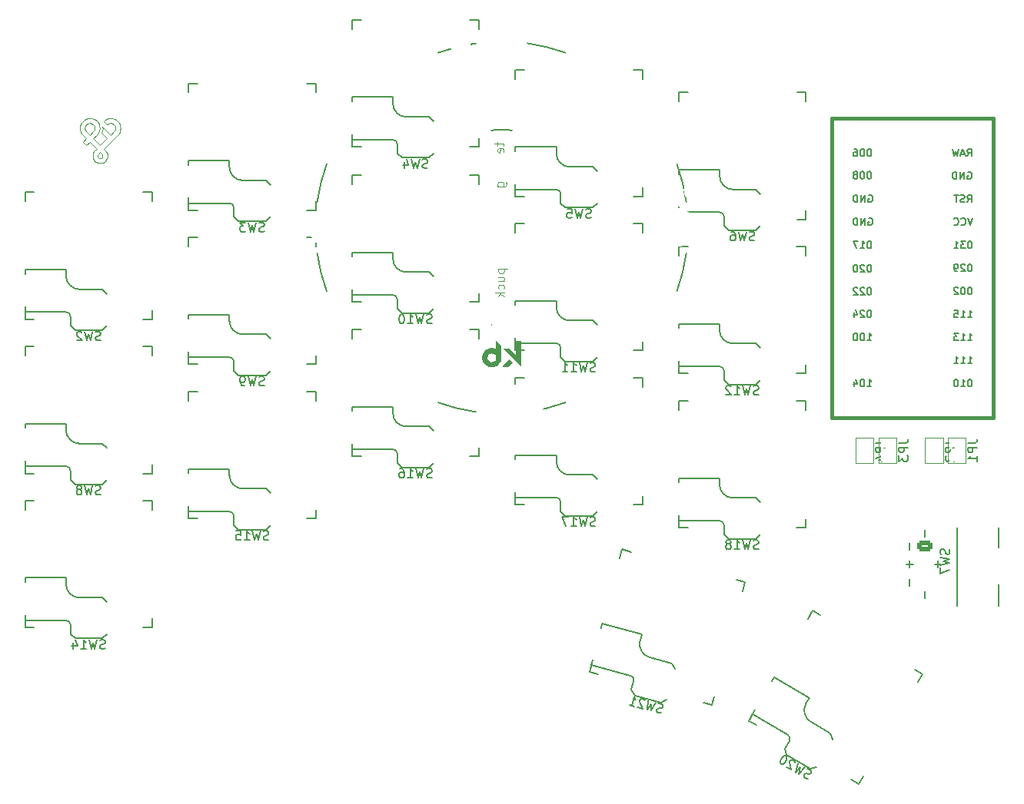
<source format=gbr>
%TF.GenerationSoftware,KiCad,Pcbnew,7.0.8*%
%TF.CreationDate,2023-10-31T13:57:00-04:00*%
%TF.ProjectId,half-swept,68616c66-2d73-4776-9570-742e6b696361,rev?*%
%TF.SameCoordinates,Original*%
%TF.FileFunction,Legend,Bot*%
%TF.FilePolarity,Positive*%
%FSLAX46Y46*%
G04 Gerber Fmt 4.6, Leading zero omitted, Abs format (unit mm)*
G04 Created by KiCad (PCBNEW 7.0.8) date 2023-10-31 13:57:00*
%MOMM*%
%LPD*%
G01*
G04 APERTURE LIST*
G04 Aperture macros list*
%AMRoundRect*
0 Rectangle with rounded corners*
0 $1 Rounding radius*
0 $2 $3 $4 $5 $6 $7 $8 $9 X,Y pos of 4 corners*
0 Add a 4 corners polygon primitive as box body*
4,1,4,$2,$3,$4,$5,$6,$7,$8,$9,$2,$3,0*
0 Add four circle primitives for the rounded corners*
1,1,$1+$1,$2,$3*
1,1,$1+$1,$4,$5*
1,1,$1+$1,$6,$7*
1,1,$1+$1,$8,$9*
0 Add four rect primitives between the rounded corners*
20,1,$1+$1,$2,$3,$4,$5,0*
20,1,$1+$1,$4,$5,$6,$7,0*
20,1,$1+$1,$6,$7,$8,$9,0*
20,1,$1+$1,$8,$9,$2,$3,0*%
%AMRotRect*
0 Rectangle, with rotation*
0 The origin of the aperture is its center*
0 $1 length*
0 $2 width*
0 $3 Rotation angle, in degrees counterclockwise*
0 Add horizontal line*
21,1,$1,$2,0,0,$3*%
%AMFreePoly0*
4,1,6,1.000000,0.000000,0.500000,-0.750000,-0.500000,-0.750000,-0.500000,0.750000,0.500000,0.750000,1.000000,0.000000,1.000000,0.000000,$1*%
%AMFreePoly1*
4,1,6,0.500000,-0.750000,-0.650000,-0.750000,-0.150000,0.000000,-0.650000,0.750000,0.500000,0.750000,0.500000,-0.750000,0.500000,-0.750000,$1*%
G04 Aperture macros list end*
%ADD10C,0.150000*%
%ADD11C,0.100000*%
%ADD12C,0.200000*%
%ADD13C,0.010000*%
%ADD14C,0.381000*%
%ADD15C,0.120000*%
%ADD16C,0.040000*%
%ADD17C,1.752600*%
%ADD18C,1.701800*%
%ADD19C,3.000000*%
%ADD20C,3.429000*%
%ADD21RotRect,2.600000X2.600000X165.000000*%
%ADD22C,2.232000*%
%ADD23C,1.200000*%
%ADD24C,1.750000*%
%ADD25R,2.600000X2.600000*%
%ADD26RotRect,2.600000X2.600000X150.000000*%
%ADD27C,4.400000*%
%ADD28RoundRect,0.250000X-0.625000X0.350000X-0.625000X-0.350000X0.625000X-0.350000X0.625000X0.350000X0*%
%ADD29O,1.750000X1.200000*%
%ADD30FreePoly0,90.000000*%
%ADD31FreePoly1,90.000000*%
%ADD32O,3.500000X2.200000*%
%ADD33R,2.500000X1.500000*%
%ADD34O,2.500000X1.500000*%
G04 APERTURE END LIST*
D10*
X85678092Y-91703747D02*
X85527778Y-91712769D01*
X85527778Y-91712769D02*
X85297796Y-91651145D01*
X85297796Y-91651145D02*
X85218127Y-91580500D01*
X85218127Y-91580500D02*
X85184456Y-91522178D01*
X85184456Y-91522178D02*
X85163109Y-91417861D01*
X85163109Y-91417861D02*
X85187758Y-91325868D01*
X85187758Y-91325868D02*
X85258404Y-91246200D01*
X85258404Y-91246200D02*
X85316725Y-91212528D01*
X85316725Y-91212528D02*
X85421043Y-91191181D01*
X85421043Y-91191181D02*
X85617353Y-91194483D01*
X85617353Y-91194483D02*
X85721671Y-91173136D01*
X85721671Y-91173136D02*
X85779992Y-91139464D01*
X85779992Y-91139464D02*
X85850638Y-91059796D01*
X85850638Y-91059796D02*
X85875288Y-90967803D01*
X85875288Y-90967803D02*
X85853941Y-90863486D01*
X85853941Y-90863486D02*
X85820269Y-90805164D01*
X85820269Y-90805164D02*
X85740601Y-90734518D01*
X85740601Y-90734518D02*
X85510618Y-90672895D01*
X85510618Y-90672895D02*
X85360304Y-90681917D01*
X85050654Y-90549648D02*
X84561852Y-91453950D01*
X84561852Y-91453950D02*
X84562737Y-90714704D01*
X84562737Y-90714704D02*
X84193880Y-91355352D01*
X84193880Y-91355352D02*
X84222717Y-90327803D01*
X83876093Y-90333523D02*
X83842421Y-90275202D01*
X83842421Y-90275202D02*
X83762753Y-90204556D01*
X83762753Y-90204556D02*
X83532770Y-90142932D01*
X83532770Y-90142932D02*
X83428453Y-90164279D01*
X83428453Y-90164279D02*
X83370131Y-90197951D01*
X83370131Y-90197951D02*
X83299486Y-90277619D01*
X83299486Y-90277619D02*
X83274836Y-90369612D01*
X83274836Y-90369612D02*
X83283858Y-90519926D01*
X83283858Y-90519926D02*
X83687919Y-91219780D01*
X83687919Y-91219780D02*
X83089965Y-91059559D01*
X82170036Y-90813065D02*
X82721994Y-90960961D01*
X82446015Y-90887013D02*
X82704834Y-89921087D01*
X82704834Y-89921087D02*
X82759853Y-90083726D01*
X82759853Y-90083726D02*
X82827196Y-90200368D01*
X82827196Y-90200368D02*
X82906864Y-90271014D01*
X23960197Y-50602202D02*
X23817340Y-50649821D01*
X23817340Y-50649821D02*
X23579245Y-50649821D01*
X23579245Y-50649821D02*
X23484007Y-50602202D01*
X23484007Y-50602202D02*
X23436388Y-50554582D01*
X23436388Y-50554582D02*
X23388769Y-50459344D01*
X23388769Y-50459344D02*
X23388769Y-50364106D01*
X23388769Y-50364106D02*
X23436388Y-50268868D01*
X23436388Y-50268868D02*
X23484007Y-50221249D01*
X23484007Y-50221249D02*
X23579245Y-50173630D01*
X23579245Y-50173630D02*
X23769721Y-50126011D01*
X23769721Y-50126011D02*
X23864959Y-50078392D01*
X23864959Y-50078392D02*
X23912578Y-50030773D01*
X23912578Y-50030773D02*
X23960197Y-49935535D01*
X23960197Y-49935535D02*
X23960197Y-49840297D01*
X23960197Y-49840297D02*
X23912578Y-49745059D01*
X23912578Y-49745059D02*
X23864959Y-49697440D01*
X23864959Y-49697440D02*
X23769721Y-49649821D01*
X23769721Y-49649821D02*
X23531626Y-49649821D01*
X23531626Y-49649821D02*
X23388769Y-49697440D01*
X23055435Y-49649821D02*
X22817340Y-50649821D01*
X22817340Y-50649821D02*
X22626864Y-49935535D01*
X22626864Y-49935535D02*
X22436388Y-50649821D01*
X22436388Y-50649821D02*
X22198293Y-49649821D01*
X21864959Y-49745059D02*
X21817340Y-49697440D01*
X21817340Y-49697440D02*
X21722102Y-49649821D01*
X21722102Y-49649821D02*
X21484007Y-49649821D01*
X21484007Y-49649821D02*
X21388769Y-49697440D01*
X21388769Y-49697440D02*
X21341150Y-49745059D01*
X21341150Y-49745059D02*
X21293531Y-49840297D01*
X21293531Y-49840297D02*
X21293531Y-49935535D01*
X21293531Y-49935535D02*
X21341150Y-50078392D01*
X21341150Y-50078392D02*
X21912578Y-50649821D01*
X21912578Y-50649821D02*
X21293531Y-50649821D01*
X41960199Y-38602202D02*
X41817342Y-38649821D01*
X41817342Y-38649821D02*
X41579247Y-38649821D01*
X41579247Y-38649821D02*
X41484009Y-38602202D01*
X41484009Y-38602202D02*
X41436390Y-38554582D01*
X41436390Y-38554582D02*
X41388771Y-38459344D01*
X41388771Y-38459344D02*
X41388771Y-38364106D01*
X41388771Y-38364106D02*
X41436390Y-38268868D01*
X41436390Y-38268868D02*
X41484009Y-38221249D01*
X41484009Y-38221249D02*
X41579247Y-38173630D01*
X41579247Y-38173630D02*
X41769723Y-38126011D01*
X41769723Y-38126011D02*
X41864961Y-38078392D01*
X41864961Y-38078392D02*
X41912580Y-38030773D01*
X41912580Y-38030773D02*
X41960199Y-37935535D01*
X41960199Y-37935535D02*
X41960199Y-37840297D01*
X41960199Y-37840297D02*
X41912580Y-37745059D01*
X41912580Y-37745059D02*
X41864961Y-37697440D01*
X41864961Y-37697440D02*
X41769723Y-37649821D01*
X41769723Y-37649821D02*
X41531628Y-37649821D01*
X41531628Y-37649821D02*
X41388771Y-37697440D01*
X41055437Y-37649821D02*
X40817342Y-38649821D01*
X40817342Y-38649821D02*
X40626866Y-37935535D01*
X40626866Y-37935535D02*
X40436390Y-38649821D01*
X40436390Y-38649821D02*
X40198295Y-37649821D01*
X39912580Y-37649821D02*
X39293533Y-37649821D01*
X39293533Y-37649821D02*
X39626866Y-38030773D01*
X39626866Y-38030773D02*
X39484009Y-38030773D01*
X39484009Y-38030773D02*
X39388771Y-38078392D01*
X39388771Y-38078392D02*
X39341152Y-38126011D01*
X39341152Y-38126011D02*
X39293533Y-38221249D01*
X39293533Y-38221249D02*
X39293533Y-38459344D01*
X39293533Y-38459344D02*
X39341152Y-38554582D01*
X39341152Y-38554582D02*
X39388771Y-38602202D01*
X39388771Y-38602202D02*
X39484009Y-38649821D01*
X39484009Y-38649821D02*
X39769723Y-38649821D01*
X39769723Y-38649821D02*
X39864961Y-38602202D01*
X39864961Y-38602202D02*
X39912580Y-38554582D01*
X59960196Y-31602202D02*
X59817339Y-31649821D01*
X59817339Y-31649821D02*
X59579244Y-31649821D01*
X59579244Y-31649821D02*
X59484006Y-31602202D01*
X59484006Y-31602202D02*
X59436387Y-31554582D01*
X59436387Y-31554582D02*
X59388768Y-31459344D01*
X59388768Y-31459344D02*
X59388768Y-31364106D01*
X59388768Y-31364106D02*
X59436387Y-31268868D01*
X59436387Y-31268868D02*
X59484006Y-31221249D01*
X59484006Y-31221249D02*
X59579244Y-31173630D01*
X59579244Y-31173630D02*
X59769720Y-31126011D01*
X59769720Y-31126011D02*
X59864958Y-31078392D01*
X59864958Y-31078392D02*
X59912577Y-31030773D01*
X59912577Y-31030773D02*
X59960196Y-30935535D01*
X59960196Y-30935535D02*
X59960196Y-30840297D01*
X59960196Y-30840297D02*
X59912577Y-30745059D01*
X59912577Y-30745059D02*
X59864958Y-30697440D01*
X59864958Y-30697440D02*
X59769720Y-30649821D01*
X59769720Y-30649821D02*
X59531625Y-30649821D01*
X59531625Y-30649821D02*
X59388768Y-30697440D01*
X59055434Y-30649821D02*
X58817339Y-31649821D01*
X58817339Y-31649821D02*
X58626863Y-30935535D01*
X58626863Y-30935535D02*
X58436387Y-31649821D01*
X58436387Y-31649821D02*
X58198292Y-30649821D01*
X57388768Y-30983154D02*
X57388768Y-31649821D01*
X57626863Y-30602202D02*
X57864958Y-31316487D01*
X57864958Y-31316487D02*
X57245911Y-31316487D01*
X77960197Y-37102203D02*
X77817340Y-37149822D01*
X77817340Y-37149822D02*
X77579245Y-37149822D01*
X77579245Y-37149822D02*
X77484007Y-37102203D01*
X77484007Y-37102203D02*
X77436388Y-37054583D01*
X77436388Y-37054583D02*
X77388769Y-36959345D01*
X77388769Y-36959345D02*
X77388769Y-36864107D01*
X77388769Y-36864107D02*
X77436388Y-36768869D01*
X77436388Y-36768869D02*
X77484007Y-36721250D01*
X77484007Y-36721250D02*
X77579245Y-36673631D01*
X77579245Y-36673631D02*
X77769721Y-36626012D01*
X77769721Y-36626012D02*
X77864959Y-36578393D01*
X77864959Y-36578393D02*
X77912578Y-36530774D01*
X77912578Y-36530774D02*
X77960197Y-36435536D01*
X77960197Y-36435536D02*
X77960197Y-36340298D01*
X77960197Y-36340298D02*
X77912578Y-36245060D01*
X77912578Y-36245060D02*
X77864959Y-36197441D01*
X77864959Y-36197441D02*
X77769721Y-36149822D01*
X77769721Y-36149822D02*
X77531626Y-36149822D01*
X77531626Y-36149822D02*
X77388769Y-36197441D01*
X77055435Y-36149822D02*
X76817340Y-37149822D01*
X76817340Y-37149822D02*
X76626864Y-36435536D01*
X76626864Y-36435536D02*
X76436388Y-37149822D01*
X76436388Y-37149822D02*
X76198293Y-36149822D01*
X75341150Y-36149822D02*
X75817340Y-36149822D01*
X75817340Y-36149822D02*
X75864959Y-36626012D01*
X75864959Y-36626012D02*
X75817340Y-36578393D01*
X75817340Y-36578393D02*
X75722102Y-36530774D01*
X75722102Y-36530774D02*
X75484007Y-36530774D01*
X75484007Y-36530774D02*
X75388769Y-36578393D01*
X75388769Y-36578393D02*
X75341150Y-36626012D01*
X75341150Y-36626012D02*
X75293531Y-36721250D01*
X75293531Y-36721250D02*
X75293531Y-36959345D01*
X75293531Y-36959345D02*
X75341150Y-37054583D01*
X75341150Y-37054583D02*
X75388769Y-37102203D01*
X75388769Y-37102203D02*
X75484007Y-37149822D01*
X75484007Y-37149822D02*
X75722102Y-37149822D01*
X75722102Y-37149822D02*
X75817340Y-37102203D01*
X75817340Y-37102203D02*
X75864959Y-37054583D01*
X95960195Y-39602202D02*
X95817338Y-39649821D01*
X95817338Y-39649821D02*
X95579243Y-39649821D01*
X95579243Y-39649821D02*
X95484005Y-39602202D01*
X95484005Y-39602202D02*
X95436386Y-39554582D01*
X95436386Y-39554582D02*
X95388767Y-39459344D01*
X95388767Y-39459344D02*
X95388767Y-39364106D01*
X95388767Y-39364106D02*
X95436386Y-39268868D01*
X95436386Y-39268868D02*
X95484005Y-39221249D01*
X95484005Y-39221249D02*
X95579243Y-39173630D01*
X95579243Y-39173630D02*
X95769719Y-39126011D01*
X95769719Y-39126011D02*
X95864957Y-39078392D01*
X95864957Y-39078392D02*
X95912576Y-39030773D01*
X95912576Y-39030773D02*
X95960195Y-38935535D01*
X95960195Y-38935535D02*
X95960195Y-38840297D01*
X95960195Y-38840297D02*
X95912576Y-38745059D01*
X95912576Y-38745059D02*
X95864957Y-38697440D01*
X95864957Y-38697440D02*
X95769719Y-38649821D01*
X95769719Y-38649821D02*
X95531624Y-38649821D01*
X95531624Y-38649821D02*
X95388767Y-38697440D01*
X95055433Y-38649821D02*
X94817338Y-39649821D01*
X94817338Y-39649821D02*
X94626862Y-38935535D01*
X94626862Y-38935535D02*
X94436386Y-39649821D01*
X94436386Y-39649821D02*
X94198291Y-38649821D01*
X93388767Y-38649821D02*
X93579243Y-38649821D01*
X93579243Y-38649821D02*
X93674481Y-38697440D01*
X93674481Y-38697440D02*
X93722100Y-38745059D01*
X93722100Y-38745059D02*
X93817338Y-38887916D01*
X93817338Y-38887916D02*
X93864957Y-39078392D01*
X93864957Y-39078392D02*
X93864957Y-39459344D01*
X93864957Y-39459344D02*
X93817338Y-39554582D01*
X93817338Y-39554582D02*
X93769719Y-39602202D01*
X93769719Y-39602202D02*
X93674481Y-39649821D01*
X93674481Y-39649821D02*
X93484005Y-39649821D01*
X93484005Y-39649821D02*
X93388767Y-39602202D01*
X93388767Y-39602202D02*
X93341148Y-39554582D01*
X93341148Y-39554582D02*
X93293529Y-39459344D01*
X93293529Y-39459344D02*
X93293529Y-39221249D01*
X93293529Y-39221249D02*
X93341148Y-39126011D01*
X93341148Y-39126011D02*
X93388767Y-39078392D01*
X93388767Y-39078392D02*
X93484005Y-39030773D01*
X93484005Y-39030773D02*
X93674481Y-39030773D01*
X93674481Y-39030773D02*
X93769719Y-39078392D01*
X93769719Y-39078392D02*
X93817338Y-39126011D01*
X93817338Y-39126011D02*
X93864957Y-39221249D01*
X23960197Y-67602202D02*
X23817340Y-67649821D01*
X23817340Y-67649821D02*
X23579245Y-67649821D01*
X23579245Y-67649821D02*
X23484007Y-67602202D01*
X23484007Y-67602202D02*
X23436388Y-67554582D01*
X23436388Y-67554582D02*
X23388769Y-67459344D01*
X23388769Y-67459344D02*
X23388769Y-67364106D01*
X23388769Y-67364106D02*
X23436388Y-67268868D01*
X23436388Y-67268868D02*
X23484007Y-67221249D01*
X23484007Y-67221249D02*
X23579245Y-67173630D01*
X23579245Y-67173630D02*
X23769721Y-67126011D01*
X23769721Y-67126011D02*
X23864959Y-67078392D01*
X23864959Y-67078392D02*
X23912578Y-67030773D01*
X23912578Y-67030773D02*
X23960197Y-66935535D01*
X23960197Y-66935535D02*
X23960197Y-66840297D01*
X23960197Y-66840297D02*
X23912578Y-66745059D01*
X23912578Y-66745059D02*
X23864959Y-66697440D01*
X23864959Y-66697440D02*
X23769721Y-66649821D01*
X23769721Y-66649821D02*
X23531626Y-66649821D01*
X23531626Y-66649821D02*
X23388769Y-66697440D01*
X23055435Y-66649821D02*
X22817340Y-67649821D01*
X22817340Y-67649821D02*
X22626864Y-66935535D01*
X22626864Y-66935535D02*
X22436388Y-67649821D01*
X22436388Y-67649821D02*
X22198293Y-66649821D01*
X21674483Y-67078392D02*
X21769721Y-67030773D01*
X21769721Y-67030773D02*
X21817340Y-66983154D01*
X21817340Y-66983154D02*
X21864959Y-66887916D01*
X21864959Y-66887916D02*
X21864959Y-66840297D01*
X21864959Y-66840297D02*
X21817340Y-66745059D01*
X21817340Y-66745059D02*
X21769721Y-66697440D01*
X21769721Y-66697440D02*
X21674483Y-66649821D01*
X21674483Y-66649821D02*
X21484007Y-66649821D01*
X21484007Y-66649821D02*
X21388769Y-66697440D01*
X21388769Y-66697440D02*
X21341150Y-66745059D01*
X21341150Y-66745059D02*
X21293531Y-66840297D01*
X21293531Y-66840297D02*
X21293531Y-66887916D01*
X21293531Y-66887916D02*
X21341150Y-66983154D01*
X21341150Y-66983154D02*
X21388769Y-67030773D01*
X21388769Y-67030773D02*
X21484007Y-67078392D01*
X21484007Y-67078392D02*
X21674483Y-67078392D01*
X21674483Y-67078392D02*
X21769721Y-67126011D01*
X21769721Y-67126011D02*
X21817340Y-67173630D01*
X21817340Y-67173630D02*
X21864959Y-67268868D01*
X21864959Y-67268868D02*
X21864959Y-67459344D01*
X21864959Y-67459344D02*
X21817340Y-67554582D01*
X21817340Y-67554582D02*
X21769721Y-67602202D01*
X21769721Y-67602202D02*
X21674483Y-67649821D01*
X21674483Y-67649821D02*
X21484007Y-67649821D01*
X21484007Y-67649821D02*
X21388769Y-67602202D01*
X21388769Y-67602202D02*
X21341150Y-67554582D01*
X21341150Y-67554582D02*
X21293531Y-67459344D01*
X21293531Y-67459344D02*
X21293531Y-67268868D01*
X21293531Y-67268868D02*
X21341150Y-67173630D01*
X21341150Y-67173630D02*
X21388769Y-67126011D01*
X21388769Y-67126011D02*
X21484007Y-67078392D01*
X41960199Y-55576202D02*
X41817342Y-55623821D01*
X41817342Y-55623821D02*
X41579247Y-55623821D01*
X41579247Y-55623821D02*
X41484009Y-55576202D01*
X41484009Y-55576202D02*
X41436390Y-55528582D01*
X41436390Y-55528582D02*
X41388771Y-55433344D01*
X41388771Y-55433344D02*
X41388771Y-55338106D01*
X41388771Y-55338106D02*
X41436390Y-55242868D01*
X41436390Y-55242868D02*
X41484009Y-55195249D01*
X41484009Y-55195249D02*
X41579247Y-55147630D01*
X41579247Y-55147630D02*
X41769723Y-55100011D01*
X41769723Y-55100011D02*
X41864961Y-55052392D01*
X41864961Y-55052392D02*
X41912580Y-55004773D01*
X41912580Y-55004773D02*
X41960199Y-54909535D01*
X41960199Y-54909535D02*
X41960199Y-54814297D01*
X41960199Y-54814297D02*
X41912580Y-54719059D01*
X41912580Y-54719059D02*
X41864961Y-54671440D01*
X41864961Y-54671440D02*
X41769723Y-54623821D01*
X41769723Y-54623821D02*
X41531628Y-54623821D01*
X41531628Y-54623821D02*
X41388771Y-54671440D01*
X41055437Y-54623821D02*
X40817342Y-55623821D01*
X40817342Y-55623821D02*
X40626866Y-54909535D01*
X40626866Y-54909535D02*
X40436390Y-55623821D01*
X40436390Y-55623821D02*
X40198295Y-54623821D01*
X39769723Y-55623821D02*
X39579247Y-55623821D01*
X39579247Y-55623821D02*
X39484009Y-55576202D01*
X39484009Y-55576202D02*
X39436390Y-55528582D01*
X39436390Y-55528582D02*
X39341152Y-55385725D01*
X39341152Y-55385725D02*
X39293533Y-55195249D01*
X39293533Y-55195249D02*
X39293533Y-54814297D01*
X39293533Y-54814297D02*
X39341152Y-54719059D01*
X39341152Y-54719059D02*
X39388771Y-54671440D01*
X39388771Y-54671440D02*
X39484009Y-54623821D01*
X39484009Y-54623821D02*
X39674485Y-54623821D01*
X39674485Y-54623821D02*
X39769723Y-54671440D01*
X39769723Y-54671440D02*
X39817342Y-54719059D01*
X39817342Y-54719059D02*
X39864961Y-54814297D01*
X39864961Y-54814297D02*
X39864961Y-55052392D01*
X39864961Y-55052392D02*
X39817342Y-55147630D01*
X39817342Y-55147630D02*
X39769723Y-55195249D01*
X39769723Y-55195249D02*
X39674485Y-55242868D01*
X39674485Y-55242868D02*
X39484009Y-55242868D01*
X39484009Y-55242868D02*
X39388771Y-55195249D01*
X39388771Y-55195249D02*
X39341152Y-55147630D01*
X39341152Y-55147630D02*
X39293533Y-55052392D01*
X60436389Y-48718202D02*
X60293532Y-48765821D01*
X60293532Y-48765821D02*
X60055437Y-48765821D01*
X60055437Y-48765821D02*
X59960199Y-48718202D01*
X59960199Y-48718202D02*
X59912580Y-48670582D01*
X59912580Y-48670582D02*
X59864961Y-48575344D01*
X59864961Y-48575344D02*
X59864961Y-48480106D01*
X59864961Y-48480106D02*
X59912580Y-48384868D01*
X59912580Y-48384868D02*
X59960199Y-48337249D01*
X59960199Y-48337249D02*
X60055437Y-48289630D01*
X60055437Y-48289630D02*
X60245913Y-48242011D01*
X60245913Y-48242011D02*
X60341151Y-48194392D01*
X60341151Y-48194392D02*
X60388770Y-48146773D01*
X60388770Y-48146773D02*
X60436389Y-48051535D01*
X60436389Y-48051535D02*
X60436389Y-47956297D01*
X60436389Y-47956297D02*
X60388770Y-47861059D01*
X60388770Y-47861059D02*
X60341151Y-47813440D01*
X60341151Y-47813440D02*
X60245913Y-47765821D01*
X60245913Y-47765821D02*
X60007818Y-47765821D01*
X60007818Y-47765821D02*
X59864961Y-47813440D01*
X59531627Y-47765821D02*
X59293532Y-48765821D01*
X59293532Y-48765821D02*
X59103056Y-48051535D01*
X59103056Y-48051535D02*
X58912580Y-48765821D01*
X58912580Y-48765821D02*
X58674485Y-47765821D01*
X57769723Y-48765821D02*
X58341151Y-48765821D01*
X58055437Y-48765821D02*
X58055437Y-47765821D01*
X58055437Y-47765821D02*
X58150675Y-47908678D01*
X58150675Y-47908678D02*
X58245913Y-48003916D01*
X58245913Y-48003916D02*
X58341151Y-48051535D01*
X57150675Y-47765821D02*
X57055437Y-47765821D01*
X57055437Y-47765821D02*
X56960199Y-47813440D01*
X56960199Y-47813440D02*
X56912580Y-47861059D01*
X56912580Y-47861059D02*
X56864961Y-47956297D01*
X56864961Y-47956297D02*
X56817342Y-48146773D01*
X56817342Y-48146773D02*
X56817342Y-48384868D01*
X56817342Y-48384868D02*
X56864961Y-48575344D01*
X56864961Y-48575344D02*
X56912580Y-48670582D01*
X56912580Y-48670582D02*
X56960199Y-48718202D01*
X56960199Y-48718202D02*
X57055437Y-48765821D01*
X57055437Y-48765821D02*
X57150675Y-48765821D01*
X57150675Y-48765821D02*
X57245913Y-48718202D01*
X57245913Y-48718202D02*
X57293532Y-48670582D01*
X57293532Y-48670582D02*
X57341151Y-48575344D01*
X57341151Y-48575344D02*
X57388770Y-48384868D01*
X57388770Y-48384868D02*
X57388770Y-48146773D01*
X57388770Y-48146773D02*
X57341151Y-47956297D01*
X57341151Y-47956297D02*
X57293532Y-47861059D01*
X57293532Y-47861059D02*
X57245913Y-47813440D01*
X57245913Y-47813440D02*
X57150675Y-47765821D01*
X78436390Y-54052205D02*
X78293533Y-54099824D01*
X78293533Y-54099824D02*
X78055438Y-54099824D01*
X78055438Y-54099824D02*
X77960200Y-54052205D01*
X77960200Y-54052205D02*
X77912581Y-54004585D01*
X77912581Y-54004585D02*
X77864962Y-53909347D01*
X77864962Y-53909347D02*
X77864962Y-53814109D01*
X77864962Y-53814109D02*
X77912581Y-53718871D01*
X77912581Y-53718871D02*
X77960200Y-53671252D01*
X77960200Y-53671252D02*
X78055438Y-53623633D01*
X78055438Y-53623633D02*
X78245914Y-53576014D01*
X78245914Y-53576014D02*
X78341152Y-53528395D01*
X78341152Y-53528395D02*
X78388771Y-53480776D01*
X78388771Y-53480776D02*
X78436390Y-53385538D01*
X78436390Y-53385538D02*
X78436390Y-53290300D01*
X78436390Y-53290300D02*
X78388771Y-53195062D01*
X78388771Y-53195062D02*
X78341152Y-53147443D01*
X78341152Y-53147443D02*
X78245914Y-53099824D01*
X78245914Y-53099824D02*
X78007819Y-53099824D01*
X78007819Y-53099824D02*
X77864962Y-53147443D01*
X77531628Y-53099824D02*
X77293533Y-54099824D01*
X77293533Y-54099824D02*
X77103057Y-53385538D01*
X77103057Y-53385538D02*
X76912581Y-54099824D01*
X76912581Y-54099824D02*
X76674486Y-53099824D01*
X75769724Y-54099824D02*
X76341152Y-54099824D01*
X76055438Y-54099824D02*
X76055438Y-53099824D01*
X76055438Y-53099824D02*
X76150676Y-53242681D01*
X76150676Y-53242681D02*
X76245914Y-53337919D01*
X76245914Y-53337919D02*
X76341152Y-53385538D01*
X74817343Y-54099824D02*
X75388771Y-54099824D01*
X75103057Y-54099824D02*
X75103057Y-53099824D01*
X75103057Y-53099824D02*
X75198295Y-53242681D01*
X75198295Y-53242681D02*
X75293533Y-53337919D01*
X75293533Y-53337919D02*
X75388771Y-53385538D01*
X96416388Y-56592202D02*
X96273531Y-56639821D01*
X96273531Y-56639821D02*
X96035436Y-56639821D01*
X96035436Y-56639821D02*
X95940198Y-56592202D01*
X95940198Y-56592202D02*
X95892579Y-56544582D01*
X95892579Y-56544582D02*
X95844960Y-56449344D01*
X95844960Y-56449344D02*
X95844960Y-56354106D01*
X95844960Y-56354106D02*
X95892579Y-56258868D01*
X95892579Y-56258868D02*
X95940198Y-56211249D01*
X95940198Y-56211249D02*
X96035436Y-56163630D01*
X96035436Y-56163630D02*
X96225912Y-56116011D01*
X96225912Y-56116011D02*
X96321150Y-56068392D01*
X96321150Y-56068392D02*
X96368769Y-56020773D01*
X96368769Y-56020773D02*
X96416388Y-55925535D01*
X96416388Y-55925535D02*
X96416388Y-55830297D01*
X96416388Y-55830297D02*
X96368769Y-55735059D01*
X96368769Y-55735059D02*
X96321150Y-55687440D01*
X96321150Y-55687440D02*
X96225912Y-55639821D01*
X96225912Y-55639821D02*
X95987817Y-55639821D01*
X95987817Y-55639821D02*
X95844960Y-55687440D01*
X95511626Y-55639821D02*
X95273531Y-56639821D01*
X95273531Y-56639821D02*
X95083055Y-55925535D01*
X95083055Y-55925535D02*
X94892579Y-56639821D01*
X94892579Y-56639821D02*
X94654484Y-55639821D01*
X93749722Y-56639821D02*
X94321150Y-56639821D01*
X94035436Y-56639821D02*
X94035436Y-55639821D01*
X94035436Y-55639821D02*
X94130674Y-55782678D01*
X94130674Y-55782678D02*
X94225912Y-55877916D01*
X94225912Y-55877916D02*
X94321150Y-55925535D01*
X93368769Y-55735059D02*
X93321150Y-55687440D01*
X93321150Y-55687440D02*
X93225912Y-55639821D01*
X93225912Y-55639821D02*
X92987817Y-55639821D01*
X92987817Y-55639821D02*
X92892579Y-55687440D01*
X92892579Y-55687440D02*
X92844960Y-55735059D01*
X92844960Y-55735059D02*
X92797341Y-55830297D01*
X92797341Y-55830297D02*
X92797341Y-55925535D01*
X92797341Y-55925535D02*
X92844960Y-56068392D01*
X92844960Y-56068392D02*
X93416388Y-56639821D01*
X93416388Y-56639821D02*
X92797341Y-56639821D01*
X24436388Y-84602199D02*
X24293531Y-84649818D01*
X24293531Y-84649818D02*
X24055436Y-84649818D01*
X24055436Y-84649818D02*
X23960198Y-84602199D01*
X23960198Y-84602199D02*
X23912579Y-84554579D01*
X23912579Y-84554579D02*
X23864960Y-84459341D01*
X23864960Y-84459341D02*
X23864960Y-84364103D01*
X23864960Y-84364103D02*
X23912579Y-84268865D01*
X23912579Y-84268865D02*
X23960198Y-84221246D01*
X23960198Y-84221246D02*
X24055436Y-84173627D01*
X24055436Y-84173627D02*
X24245912Y-84126008D01*
X24245912Y-84126008D02*
X24341150Y-84078389D01*
X24341150Y-84078389D02*
X24388769Y-84030770D01*
X24388769Y-84030770D02*
X24436388Y-83935532D01*
X24436388Y-83935532D02*
X24436388Y-83840294D01*
X24436388Y-83840294D02*
X24388769Y-83745056D01*
X24388769Y-83745056D02*
X24341150Y-83697437D01*
X24341150Y-83697437D02*
X24245912Y-83649818D01*
X24245912Y-83649818D02*
X24007817Y-83649818D01*
X24007817Y-83649818D02*
X23864960Y-83697437D01*
X23531626Y-83649818D02*
X23293531Y-84649818D01*
X23293531Y-84649818D02*
X23103055Y-83935532D01*
X23103055Y-83935532D02*
X22912579Y-84649818D01*
X22912579Y-84649818D02*
X22674484Y-83649818D01*
X21769722Y-84649818D02*
X22341150Y-84649818D01*
X22055436Y-84649818D02*
X22055436Y-83649818D01*
X22055436Y-83649818D02*
X22150674Y-83792675D01*
X22150674Y-83792675D02*
X22245912Y-83887913D01*
X22245912Y-83887913D02*
X22341150Y-83935532D01*
X20912579Y-83983151D02*
X20912579Y-84649818D01*
X21150674Y-83602199D02*
X21388769Y-84316484D01*
X21388769Y-84316484D02*
X20769722Y-84316484D01*
X42436387Y-72594201D02*
X42293530Y-72641820D01*
X42293530Y-72641820D02*
X42055435Y-72641820D01*
X42055435Y-72641820D02*
X41960197Y-72594201D01*
X41960197Y-72594201D02*
X41912578Y-72546581D01*
X41912578Y-72546581D02*
X41864959Y-72451343D01*
X41864959Y-72451343D02*
X41864959Y-72356105D01*
X41864959Y-72356105D02*
X41912578Y-72260867D01*
X41912578Y-72260867D02*
X41960197Y-72213248D01*
X41960197Y-72213248D02*
X42055435Y-72165629D01*
X42055435Y-72165629D02*
X42245911Y-72118010D01*
X42245911Y-72118010D02*
X42341149Y-72070391D01*
X42341149Y-72070391D02*
X42388768Y-72022772D01*
X42388768Y-72022772D02*
X42436387Y-71927534D01*
X42436387Y-71927534D02*
X42436387Y-71832296D01*
X42436387Y-71832296D02*
X42388768Y-71737058D01*
X42388768Y-71737058D02*
X42341149Y-71689439D01*
X42341149Y-71689439D02*
X42245911Y-71641820D01*
X42245911Y-71641820D02*
X42007816Y-71641820D01*
X42007816Y-71641820D02*
X41864959Y-71689439D01*
X41531625Y-71641820D02*
X41293530Y-72641820D01*
X41293530Y-72641820D02*
X41103054Y-71927534D01*
X41103054Y-71927534D02*
X40912578Y-72641820D01*
X40912578Y-72641820D02*
X40674483Y-71641820D01*
X39769721Y-72641820D02*
X40341149Y-72641820D01*
X40055435Y-72641820D02*
X40055435Y-71641820D01*
X40055435Y-71641820D02*
X40150673Y-71784677D01*
X40150673Y-71784677D02*
X40245911Y-71879915D01*
X40245911Y-71879915D02*
X40341149Y-71927534D01*
X38864959Y-71641820D02*
X39341149Y-71641820D01*
X39341149Y-71641820D02*
X39388768Y-72118010D01*
X39388768Y-72118010D02*
X39341149Y-72070391D01*
X39341149Y-72070391D02*
X39245911Y-72022772D01*
X39245911Y-72022772D02*
X39007816Y-72022772D01*
X39007816Y-72022772D02*
X38912578Y-72070391D01*
X38912578Y-72070391D02*
X38864959Y-72118010D01*
X38864959Y-72118010D02*
X38817340Y-72213248D01*
X38817340Y-72213248D02*
X38817340Y-72451343D01*
X38817340Y-72451343D02*
X38864959Y-72546581D01*
X38864959Y-72546581D02*
X38912578Y-72594201D01*
X38912578Y-72594201D02*
X39007816Y-72641820D01*
X39007816Y-72641820D02*
X39245911Y-72641820D01*
X39245911Y-72641820D02*
X39341149Y-72594201D01*
X39341149Y-72594201D02*
X39388768Y-72546581D01*
X60436386Y-65736203D02*
X60293529Y-65783822D01*
X60293529Y-65783822D02*
X60055434Y-65783822D01*
X60055434Y-65783822D02*
X59960196Y-65736203D01*
X59960196Y-65736203D02*
X59912577Y-65688583D01*
X59912577Y-65688583D02*
X59864958Y-65593345D01*
X59864958Y-65593345D02*
X59864958Y-65498107D01*
X59864958Y-65498107D02*
X59912577Y-65402869D01*
X59912577Y-65402869D02*
X59960196Y-65355250D01*
X59960196Y-65355250D02*
X60055434Y-65307631D01*
X60055434Y-65307631D02*
X60245910Y-65260012D01*
X60245910Y-65260012D02*
X60341148Y-65212393D01*
X60341148Y-65212393D02*
X60388767Y-65164774D01*
X60388767Y-65164774D02*
X60436386Y-65069536D01*
X60436386Y-65069536D02*
X60436386Y-64974298D01*
X60436386Y-64974298D02*
X60388767Y-64879060D01*
X60388767Y-64879060D02*
X60341148Y-64831441D01*
X60341148Y-64831441D02*
X60245910Y-64783822D01*
X60245910Y-64783822D02*
X60007815Y-64783822D01*
X60007815Y-64783822D02*
X59864958Y-64831441D01*
X59531624Y-64783822D02*
X59293529Y-65783822D01*
X59293529Y-65783822D02*
X59103053Y-65069536D01*
X59103053Y-65069536D02*
X58912577Y-65783822D01*
X58912577Y-65783822D02*
X58674482Y-64783822D01*
X57769720Y-65783822D02*
X58341148Y-65783822D01*
X58055434Y-65783822D02*
X58055434Y-64783822D01*
X58055434Y-64783822D02*
X58150672Y-64926679D01*
X58150672Y-64926679D02*
X58245910Y-65021917D01*
X58245910Y-65021917D02*
X58341148Y-65069536D01*
X56912577Y-64783822D02*
X57103053Y-64783822D01*
X57103053Y-64783822D02*
X57198291Y-64831441D01*
X57198291Y-64831441D02*
X57245910Y-64879060D01*
X57245910Y-64879060D02*
X57341148Y-65021917D01*
X57341148Y-65021917D02*
X57388767Y-65212393D01*
X57388767Y-65212393D02*
X57388767Y-65593345D01*
X57388767Y-65593345D02*
X57341148Y-65688583D01*
X57341148Y-65688583D02*
X57293529Y-65736203D01*
X57293529Y-65736203D02*
X57198291Y-65783822D01*
X57198291Y-65783822D02*
X57007815Y-65783822D01*
X57007815Y-65783822D02*
X56912577Y-65736203D01*
X56912577Y-65736203D02*
X56864958Y-65688583D01*
X56864958Y-65688583D02*
X56817339Y-65593345D01*
X56817339Y-65593345D02*
X56817339Y-65355250D01*
X56817339Y-65355250D02*
X56864958Y-65260012D01*
X56864958Y-65260012D02*
X56912577Y-65212393D01*
X56912577Y-65212393D02*
X57007815Y-65164774D01*
X57007815Y-65164774D02*
X57198291Y-65164774D01*
X57198291Y-65164774D02*
X57293529Y-65212393D01*
X57293529Y-65212393D02*
X57341148Y-65260012D01*
X57341148Y-65260012D02*
X57388767Y-65355250D01*
X78436388Y-71070205D02*
X78293531Y-71117824D01*
X78293531Y-71117824D02*
X78055436Y-71117824D01*
X78055436Y-71117824D02*
X77960198Y-71070205D01*
X77960198Y-71070205D02*
X77912579Y-71022585D01*
X77912579Y-71022585D02*
X77864960Y-70927347D01*
X77864960Y-70927347D02*
X77864960Y-70832109D01*
X77864960Y-70832109D02*
X77912579Y-70736871D01*
X77912579Y-70736871D02*
X77960198Y-70689252D01*
X77960198Y-70689252D02*
X78055436Y-70641633D01*
X78055436Y-70641633D02*
X78245912Y-70594014D01*
X78245912Y-70594014D02*
X78341150Y-70546395D01*
X78341150Y-70546395D02*
X78388769Y-70498776D01*
X78388769Y-70498776D02*
X78436388Y-70403538D01*
X78436388Y-70403538D02*
X78436388Y-70308300D01*
X78436388Y-70308300D02*
X78388769Y-70213062D01*
X78388769Y-70213062D02*
X78341150Y-70165443D01*
X78341150Y-70165443D02*
X78245912Y-70117824D01*
X78245912Y-70117824D02*
X78007817Y-70117824D01*
X78007817Y-70117824D02*
X77864960Y-70165443D01*
X77531626Y-70117824D02*
X77293531Y-71117824D01*
X77293531Y-71117824D02*
X77103055Y-70403538D01*
X77103055Y-70403538D02*
X76912579Y-71117824D01*
X76912579Y-71117824D02*
X76674484Y-70117824D01*
X75769722Y-71117824D02*
X76341150Y-71117824D01*
X76055436Y-71117824D02*
X76055436Y-70117824D01*
X76055436Y-70117824D02*
X76150674Y-70260681D01*
X76150674Y-70260681D02*
X76245912Y-70355919D01*
X76245912Y-70355919D02*
X76341150Y-70403538D01*
X75436388Y-70117824D02*
X74769722Y-70117824D01*
X74769722Y-70117824D02*
X75198293Y-71117824D01*
X96410042Y-73610202D02*
X96267185Y-73657821D01*
X96267185Y-73657821D02*
X96029090Y-73657821D01*
X96029090Y-73657821D02*
X95933852Y-73610202D01*
X95933852Y-73610202D02*
X95886233Y-73562582D01*
X95886233Y-73562582D02*
X95838614Y-73467344D01*
X95838614Y-73467344D02*
X95838614Y-73372106D01*
X95838614Y-73372106D02*
X95886233Y-73276868D01*
X95886233Y-73276868D02*
X95933852Y-73229249D01*
X95933852Y-73229249D02*
X96029090Y-73181630D01*
X96029090Y-73181630D02*
X96219566Y-73134011D01*
X96219566Y-73134011D02*
X96314804Y-73086392D01*
X96314804Y-73086392D02*
X96362423Y-73038773D01*
X96362423Y-73038773D02*
X96410042Y-72943535D01*
X96410042Y-72943535D02*
X96410042Y-72848297D01*
X96410042Y-72848297D02*
X96362423Y-72753059D01*
X96362423Y-72753059D02*
X96314804Y-72705440D01*
X96314804Y-72705440D02*
X96219566Y-72657821D01*
X96219566Y-72657821D02*
X95981471Y-72657821D01*
X95981471Y-72657821D02*
X95838614Y-72705440D01*
X95505280Y-72657821D02*
X95267185Y-73657821D01*
X95267185Y-73657821D02*
X95076709Y-72943535D01*
X95076709Y-72943535D02*
X94886233Y-73657821D01*
X94886233Y-73657821D02*
X94648138Y-72657821D01*
X93743376Y-73657821D02*
X94314804Y-73657821D01*
X94029090Y-73657821D02*
X94029090Y-72657821D01*
X94029090Y-72657821D02*
X94124328Y-72800678D01*
X94124328Y-72800678D02*
X94219566Y-72895916D01*
X94219566Y-72895916D02*
X94314804Y-72943535D01*
X93171947Y-73086392D02*
X93267185Y-73038773D01*
X93267185Y-73038773D02*
X93314804Y-72991154D01*
X93314804Y-72991154D02*
X93362423Y-72895916D01*
X93362423Y-72895916D02*
X93362423Y-72848297D01*
X93362423Y-72848297D02*
X93314804Y-72753059D01*
X93314804Y-72753059D02*
X93267185Y-72705440D01*
X93267185Y-72705440D02*
X93171947Y-72657821D01*
X93171947Y-72657821D02*
X92981471Y-72657821D01*
X92981471Y-72657821D02*
X92886233Y-72705440D01*
X92886233Y-72705440D02*
X92838614Y-72753059D01*
X92838614Y-72753059D02*
X92790995Y-72848297D01*
X92790995Y-72848297D02*
X92790995Y-72895916D01*
X92790995Y-72895916D02*
X92838614Y-72991154D01*
X92838614Y-72991154D02*
X92886233Y-73038773D01*
X92886233Y-73038773D02*
X92981471Y-73086392D01*
X92981471Y-73086392D02*
X93171947Y-73086392D01*
X93171947Y-73086392D02*
X93267185Y-73134011D01*
X93267185Y-73134011D02*
X93314804Y-73181630D01*
X93314804Y-73181630D02*
X93362423Y-73276868D01*
X93362423Y-73276868D02*
X93362423Y-73467344D01*
X93362423Y-73467344D02*
X93314804Y-73562582D01*
X93314804Y-73562582D02*
X93267185Y-73610202D01*
X93267185Y-73610202D02*
X93171947Y-73657821D01*
X93171947Y-73657821D02*
X92981471Y-73657821D01*
X92981471Y-73657821D02*
X92886233Y-73610202D01*
X92886233Y-73610202D02*
X92838614Y-73562582D01*
X92838614Y-73562582D02*
X92790995Y-73467344D01*
X92790995Y-73467344D02*
X92790995Y-73276868D01*
X92790995Y-73276868D02*
X92838614Y-73181630D01*
X92838614Y-73181630D02*
X92886233Y-73134011D01*
X92886233Y-73134011D02*
X92981471Y-73086392D01*
X101815012Y-98961375D02*
X101667485Y-98931186D01*
X101667485Y-98931186D02*
X101461288Y-98812138D01*
X101461288Y-98812138D02*
X101402619Y-98723280D01*
X101402619Y-98723280D02*
X101385189Y-98658231D01*
X101385189Y-98658231D02*
X101391569Y-98551943D01*
X101391569Y-98551943D02*
X101439188Y-98469464D01*
X101439188Y-98469464D02*
X101528046Y-98410795D01*
X101528046Y-98410795D02*
X101593095Y-98393365D01*
X101593095Y-98393365D02*
X101699383Y-98399745D01*
X101699383Y-98399745D02*
X101888150Y-98453744D01*
X101888150Y-98453744D02*
X101994438Y-98460124D01*
X101994438Y-98460124D02*
X102059487Y-98442694D01*
X102059487Y-98442694D02*
X102148345Y-98384025D01*
X102148345Y-98384025D02*
X102195964Y-98301546D01*
X102195964Y-98301546D02*
X102202344Y-98195258D01*
X102202344Y-98195258D02*
X102184914Y-98130209D01*
X102184914Y-98130209D02*
X102126245Y-98041351D01*
X102126245Y-98041351D02*
X101920049Y-97922303D01*
X101920049Y-97922303D02*
X101772521Y-97892114D01*
X101507656Y-97684208D02*
X100801459Y-98431186D01*
X100801459Y-98431186D02*
X100993645Y-97717358D01*
X100993645Y-97717358D02*
X100471545Y-98240709D01*
X100471545Y-98240709D02*
X100765348Y-97255636D01*
X100429054Y-97171448D02*
X100411624Y-97106400D01*
X100411624Y-97106400D02*
X100352955Y-97017541D01*
X100352955Y-97017541D02*
X100146759Y-96898494D01*
X100146759Y-96898494D02*
X100040471Y-96892114D01*
X100040471Y-96892114D02*
X99975422Y-96909544D01*
X99975422Y-96909544D02*
X99886563Y-96968213D01*
X99886563Y-96968213D02*
X99838944Y-97050691D01*
X99838944Y-97050691D02*
X99808755Y-97198219D01*
X99808755Y-97198219D02*
X100017913Y-97978805D01*
X100017913Y-97978805D02*
X99481802Y-97669281D01*
X99445691Y-96493732D02*
X99363212Y-96446113D01*
X99363212Y-96446113D02*
X99256924Y-96439733D01*
X99256924Y-96439733D02*
X99191875Y-96457163D01*
X99191875Y-96457163D02*
X99103017Y-96515832D01*
X99103017Y-96515832D02*
X98966539Y-96656980D01*
X98966539Y-96656980D02*
X98847492Y-96863176D01*
X98847492Y-96863176D02*
X98793493Y-97051943D01*
X98793493Y-97051943D02*
X98787113Y-97158231D01*
X98787113Y-97158231D02*
X98804543Y-97223280D01*
X98804543Y-97223280D02*
X98863212Y-97312138D01*
X98863212Y-97312138D02*
X98945691Y-97359757D01*
X98945691Y-97359757D02*
X99051979Y-97366137D01*
X99051979Y-97366137D02*
X99117028Y-97348707D01*
X99117028Y-97348707D02*
X99205886Y-97290038D01*
X99205886Y-97290038D02*
X99342363Y-97148890D01*
X99342363Y-97148890D02*
X99461411Y-96942694D01*
X99461411Y-96942694D02*
X99515410Y-96753927D01*
X99515410Y-96753927D02*
X99521789Y-96647639D01*
X99521789Y-96647639D02*
X99504360Y-96582590D01*
X99504360Y-96582590D02*
X99445691Y-96493732D01*
D11*
X67727118Y-42737503D02*
X68727118Y-42737503D01*
X67774737Y-42737503D02*
X67727118Y-42832741D01*
X67727118Y-42832741D02*
X67727118Y-43023217D01*
X67727118Y-43023217D02*
X67774737Y-43118455D01*
X67774737Y-43118455D02*
X67822356Y-43166074D01*
X67822356Y-43166074D02*
X67917594Y-43213693D01*
X67917594Y-43213693D02*
X68203308Y-43213693D01*
X68203308Y-43213693D02*
X68298546Y-43166074D01*
X68298546Y-43166074D02*
X68346166Y-43118455D01*
X68346166Y-43118455D02*
X68393785Y-43023217D01*
X68393785Y-43023217D02*
X68393785Y-42832741D01*
X68393785Y-42832741D02*
X68346166Y-42737503D01*
X67727118Y-44070836D02*
X68393785Y-44070836D01*
X67727118Y-43642265D02*
X68250927Y-43642265D01*
X68250927Y-43642265D02*
X68346166Y-43689884D01*
X68346166Y-43689884D02*
X68393785Y-43785122D01*
X68393785Y-43785122D02*
X68393785Y-43927979D01*
X68393785Y-43927979D02*
X68346166Y-44023217D01*
X68346166Y-44023217D02*
X68298546Y-44070836D01*
X68346166Y-44975598D02*
X68393785Y-44880360D01*
X68393785Y-44880360D02*
X68393785Y-44689884D01*
X68393785Y-44689884D02*
X68346166Y-44594646D01*
X68346166Y-44594646D02*
X68298546Y-44547027D01*
X68298546Y-44547027D02*
X68203308Y-44499408D01*
X68203308Y-44499408D02*
X67917594Y-44499408D01*
X67917594Y-44499408D02*
X67822356Y-44547027D01*
X67822356Y-44547027D02*
X67774737Y-44594646D01*
X67774737Y-44594646D02*
X67727118Y-44689884D01*
X67727118Y-44689884D02*
X67727118Y-44880360D01*
X67727118Y-44880360D02*
X67774737Y-44975598D01*
X68393785Y-45404170D02*
X67393785Y-45404170D01*
X68012832Y-45499408D02*
X68393785Y-45785122D01*
X67727118Y-45785122D02*
X68108070Y-45404170D01*
X67663618Y-28783503D02*
X67663618Y-29164455D01*
X67330285Y-28926360D02*
X68187427Y-28926360D01*
X68187427Y-28926360D02*
X68282666Y-28973979D01*
X68282666Y-28973979D02*
X68330285Y-29069217D01*
X68330285Y-29069217D02*
X68330285Y-29164455D01*
X68282666Y-29878741D02*
X68330285Y-29783503D01*
X68330285Y-29783503D02*
X68330285Y-29593027D01*
X68330285Y-29593027D02*
X68282666Y-29497789D01*
X68282666Y-29497789D02*
X68187427Y-29450170D01*
X68187427Y-29450170D02*
X67806475Y-29450170D01*
X67806475Y-29450170D02*
X67711237Y-29497789D01*
X67711237Y-29497789D02*
X67663618Y-29593027D01*
X67663618Y-29593027D02*
X67663618Y-29783503D01*
X67663618Y-29783503D02*
X67711237Y-29878741D01*
X67711237Y-29878741D02*
X67806475Y-29926360D01*
X67806475Y-29926360D02*
X67901713Y-29926360D01*
X67901713Y-29926360D02*
X67996951Y-29450170D01*
X67663618Y-30354932D02*
X68330285Y-30354932D01*
X67758856Y-30354932D02*
X67711237Y-30402551D01*
X67711237Y-30402551D02*
X67663618Y-30497789D01*
X67663618Y-30497789D02*
X67663618Y-30640646D01*
X67663618Y-30640646D02*
X67711237Y-30735884D01*
X67711237Y-30735884D02*
X67806475Y-30783503D01*
X67806475Y-30783503D02*
X68330285Y-30783503D01*
X67663618Y-31116837D02*
X67663618Y-31497789D01*
X67330285Y-31259694D02*
X68187427Y-31259694D01*
X68187427Y-31259694D02*
X68282666Y-31307313D01*
X68282666Y-31307313D02*
X68330285Y-31402551D01*
X68330285Y-31402551D02*
X68330285Y-31497789D01*
X68330285Y-31831123D02*
X67663618Y-31831123D01*
X67330285Y-31831123D02*
X67377904Y-31783504D01*
X67377904Y-31783504D02*
X67425523Y-31831123D01*
X67425523Y-31831123D02*
X67377904Y-31878742D01*
X67377904Y-31878742D02*
X67330285Y-31831123D01*
X67330285Y-31831123D02*
X67425523Y-31831123D01*
X67663618Y-32307313D02*
X68330285Y-32307313D01*
X67758856Y-32307313D02*
X67711237Y-32354932D01*
X67711237Y-32354932D02*
X67663618Y-32450170D01*
X67663618Y-32450170D02*
X67663618Y-32593027D01*
X67663618Y-32593027D02*
X67711237Y-32688265D01*
X67711237Y-32688265D02*
X67806475Y-32735884D01*
X67806475Y-32735884D02*
X68330285Y-32735884D01*
X67663618Y-33640646D02*
X68473142Y-33640646D01*
X68473142Y-33640646D02*
X68568380Y-33593027D01*
X68568380Y-33593027D02*
X68615999Y-33545408D01*
X68615999Y-33545408D02*
X68663618Y-33450170D01*
X68663618Y-33450170D02*
X68663618Y-33307313D01*
X68663618Y-33307313D02*
X68615999Y-33212075D01*
X68282666Y-33640646D02*
X68330285Y-33545408D01*
X68330285Y-33545408D02*
X68330285Y-33354932D01*
X68330285Y-33354932D02*
X68282666Y-33259694D01*
X68282666Y-33259694D02*
X68235046Y-33212075D01*
X68235046Y-33212075D02*
X68139808Y-33164456D01*
X68139808Y-33164456D02*
X67854094Y-33164456D01*
X67854094Y-33164456D02*
X67758856Y-33212075D01*
X67758856Y-33212075D02*
X67711237Y-33259694D01*
X67711237Y-33259694D02*
X67663618Y-33354932D01*
X67663618Y-33354932D02*
X67663618Y-33545408D01*
X67663618Y-33545408D02*
X67711237Y-33640646D01*
D10*
X108639673Y-47304047D02*
X108563483Y-47304047D01*
X108563483Y-47304047D02*
X108487292Y-47342142D01*
X108487292Y-47342142D02*
X108449197Y-47380237D01*
X108449197Y-47380237D02*
X108411102Y-47456428D01*
X108411102Y-47456428D02*
X108373007Y-47608809D01*
X108373007Y-47608809D02*
X108373007Y-47799285D01*
X108373007Y-47799285D02*
X108411102Y-47951666D01*
X108411102Y-47951666D02*
X108449197Y-48027856D01*
X108449197Y-48027856D02*
X108487292Y-48065952D01*
X108487292Y-48065952D02*
X108563483Y-48104047D01*
X108563483Y-48104047D02*
X108639673Y-48104047D01*
X108639673Y-48104047D02*
X108715864Y-48065952D01*
X108715864Y-48065952D02*
X108753959Y-48027856D01*
X108753959Y-48027856D02*
X108792054Y-47951666D01*
X108792054Y-47951666D02*
X108830150Y-47799285D01*
X108830150Y-47799285D02*
X108830150Y-47608809D01*
X108830150Y-47608809D02*
X108792054Y-47456428D01*
X108792054Y-47456428D02*
X108753959Y-47380237D01*
X108753959Y-47380237D02*
X108715864Y-47342142D01*
X108715864Y-47342142D02*
X108639673Y-47304047D01*
X108068245Y-47380237D02*
X108030149Y-47342142D01*
X108030149Y-47342142D02*
X107953959Y-47304047D01*
X107953959Y-47304047D02*
X107763483Y-47304047D01*
X107763483Y-47304047D02*
X107687292Y-47342142D01*
X107687292Y-47342142D02*
X107649197Y-47380237D01*
X107649197Y-47380237D02*
X107611102Y-47456428D01*
X107611102Y-47456428D02*
X107611102Y-47532618D01*
X107611102Y-47532618D02*
X107649197Y-47646904D01*
X107649197Y-47646904D02*
X108106340Y-48104047D01*
X108106340Y-48104047D02*
X107611102Y-48104047D01*
X106925387Y-47570713D02*
X106925387Y-48104047D01*
X107115863Y-47265952D02*
X107306340Y-47837380D01*
X107306340Y-47837380D02*
X106811101Y-47837380D01*
X108373007Y-55734047D02*
X108830150Y-55734047D01*
X108601578Y-55734047D02*
X108601578Y-54934047D01*
X108601578Y-54934047D02*
X108677769Y-55048332D01*
X108677769Y-55048332D02*
X108753959Y-55124523D01*
X108753959Y-55124523D02*
X108830150Y-55162618D01*
X107877768Y-54934047D02*
X107801578Y-54934047D01*
X107801578Y-54934047D02*
X107725387Y-54972142D01*
X107725387Y-54972142D02*
X107687292Y-55010237D01*
X107687292Y-55010237D02*
X107649197Y-55086428D01*
X107649197Y-55086428D02*
X107611102Y-55238809D01*
X107611102Y-55238809D02*
X107611102Y-55429285D01*
X107611102Y-55429285D02*
X107649197Y-55581666D01*
X107649197Y-55581666D02*
X107687292Y-55657856D01*
X107687292Y-55657856D02*
X107725387Y-55695952D01*
X107725387Y-55695952D02*
X107801578Y-55734047D01*
X107801578Y-55734047D02*
X107877768Y-55734047D01*
X107877768Y-55734047D02*
X107953959Y-55695952D01*
X107953959Y-55695952D02*
X107992054Y-55657856D01*
X107992054Y-55657856D02*
X108030149Y-55581666D01*
X108030149Y-55581666D02*
X108068245Y-55429285D01*
X108068245Y-55429285D02*
X108068245Y-55238809D01*
X108068245Y-55238809D02*
X108030149Y-55086428D01*
X108030149Y-55086428D02*
X107992054Y-55010237D01*
X107992054Y-55010237D02*
X107953959Y-54972142D01*
X107953959Y-54972142D02*
X107877768Y-54934047D01*
X106925387Y-55200713D02*
X106925387Y-55734047D01*
X107115863Y-54895952D02*
X107306340Y-55467380D01*
X107306340Y-55467380D02*
X106811101Y-55467380D01*
X108639673Y-42304047D02*
X108563483Y-42304047D01*
X108563483Y-42304047D02*
X108487292Y-42342142D01*
X108487292Y-42342142D02*
X108449197Y-42380237D01*
X108449197Y-42380237D02*
X108411102Y-42456428D01*
X108411102Y-42456428D02*
X108373007Y-42608809D01*
X108373007Y-42608809D02*
X108373007Y-42799285D01*
X108373007Y-42799285D02*
X108411102Y-42951666D01*
X108411102Y-42951666D02*
X108449197Y-43027856D01*
X108449197Y-43027856D02*
X108487292Y-43065952D01*
X108487292Y-43065952D02*
X108563483Y-43104047D01*
X108563483Y-43104047D02*
X108639673Y-43104047D01*
X108639673Y-43104047D02*
X108715864Y-43065952D01*
X108715864Y-43065952D02*
X108753959Y-43027856D01*
X108753959Y-43027856D02*
X108792054Y-42951666D01*
X108792054Y-42951666D02*
X108830150Y-42799285D01*
X108830150Y-42799285D02*
X108830150Y-42608809D01*
X108830150Y-42608809D02*
X108792054Y-42456428D01*
X108792054Y-42456428D02*
X108753959Y-42380237D01*
X108753959Y-42380237D02*
X108715864Y-42342142D01*
X108715864Y-42342142D02*
X108639673Y-42304047D01*
X108068245Y-42380237D02*
X108030149Y-42342142D01*
X108030149Y-42342142D02*
X107953959Y-42304047D01*
X107953959Y-42304047D02*
X107763483Y-42304047D01*
X107763483Y-42304047D02*
X107687292Y-42342142D01*
X107687292Y-42342142D02*
X107649197Y-42380237D01*
X107649197Y-42380237D02*
X107611102Y-42456428D01*
X107611102Y-42456428D02*
X107611102Y-42532618D01*
X107611102Y-42532618D02*
X107649197Y-42646904D01*
X107649197Y-42646904D02*
X108106340Y-43104047D01*
X108106340Y-43104047D02*
X107611102Y-43104047D01*
X107115863Y-42304047D02*
X107039673Y-42304047D01*
X107039673Y-42304047D02*
X106963482Y-42342142D01*
X106963482Y-42342142D02*
X106925387Y-42380237D01*
X106925387Y-42380237D02*
X106887292Y-42456428D01*
X106887292Y-42456428D02*
X106849197Y-42608809D01*
X106849197Y-42608809D02*
X106849197Y-42799285D01*
X106849197Y-42799285D02*
X106887292Y-42951666D01*
X106887292Y-42951666D02*
X106925387Y-43027856D01*
X106925387Y-43027856D02*
X106963482Y-43065952D01*
X106963482Y-43065952D02*
X107039673Y-43104047D01*
X107039673Y-43104047D02*
X107115863Y-43104047D01*
X107115863Y-43104047D02*
X107192054Y-43065952D01*
X107192054Y-43065952D02*
X107230149Y-43027856D01*
X107230149Y-43027856D02*
X107268244Y-42951666D01*
X107268244Y-42951666D02*
X107306340Y-42799285D01*
X107306340Y-42799285D02*
X107306340Y-42608809D01*
X107306340Y-42608809D02*
X107268244Y-42456428D01*
X107268244Y-42456428D02*
X107230149Y-42380237D01*
X107230149Y-42380237D02*
X107192054Y-42342142D01*
X107192054Y-42342142D02*
X107115863Y-42304047D01*
X108373007Y-50654047D02*
X108830150Y-50654047D01*
X108601578Y-50654047D02*
X108601578Y-49854047D01*
X108601578Y-49854047D02*
X108677769Y-49968332D01*
X108677769Y-49968332D02*
X108753959Y-50044523D01*
X108753959Y-50044523D02*
X108830150Y-50082618D01*
X107877768Y-49854047D02*
X107801578Y-49854047D01*
X107801578Y-49854047D02*
X107725387Y-49892142D01*
X107725387Y-49892142D02*
X107687292Y-49930237D01*
X107687292Y-49930237D02*
X107649197Y-50006428D01*
X107649197Y-50006428D02*
X107611102Y-50158809D01*
X107611102Y-50158809D02*
X107611102Y-50349285D01*
X107611102Y-50349285D02*
X107649197Y-50501666D01*
X107649197Y-50501666D02*
X107687292Y-50577856D01*
X107687292Y-50577856D02*
X107725387Y-50615952D01*
X107725387Y-50615952D02*
X107801578Y-50654047D01*
X107801578Y-50654047D02*
X107877768Y-50654047D01*
X107877768Y-50654047D02*
X107953959Y-50615952D01*
X107953959Y-50615952D02*
X107992054Y-50577856D01*
X107992054Y-50577856D02*
X108030149Y-50501666D01*
X108030149Y-50501666D02*
X108068245Y-50349285D01*
X108068245Y-50349285D02*
X108068245Y-50158809D01*
X108068245Y-50158809D02*
X108030149Y-50006428D01*
X108030149Y-50006428D02*
X107992054Y-49930237D01*
X107992054Y-49930237D02*
X107953959Y-49892142D01*
X107953959Y-49892142D02*
X107877768Y-49854047D01*
X107115863Y-49854047D02*
X107039673Y-49854047D01*
X107039673Y-49854047D02*
X106963482Y-49892142D01*
X106963482Y-49892142D02*
X106925387Y-49930237D01*
X106925387Y-49930237D02*
X106887292Y-50006428D01*
X106887292Y-50006428D02*
X106849197Y-50158809D01*
X106849197Y-50158809D02*
X106849197Y-50349285D01*
X106849197Y-50349285D02*
X106887292Y-50501666D01*
X106887292Y-50501666D02*
X106925387Y-50577856D01*
X106925387Y-50577856D02*
X106963482Y-50615952D01*
X106963482Y-50615952D02*
X107039673Y-50654047D01*
X107039673Y-50654047D02*
X107115863Y-50654047D01*
X107115863Y-50654047D02*
X107192054Y-50615952D01*
X107192054Y-50615952D02*
X107230149Y-50577856D01*
X107230149Y-50577856D02*
X107268244Y-50501666D01*
X107268244Y-50501666D02*
X107306340Y-50349285D01*
X107306340Y-50349285D02*
X107306340Y-50158809D01*
X107306340Y-50158809D02*
X107268244Y-50006428D01*
X107268244Y-50006428D02*
X107230149Y-49930237D01*
X107230149Y-49930237D02*
X107192054Y-49892142D01*
X107192054Y-49892142D02*
X107115863Y-49854047D01*
X119447388Y-50654047D02*
X119904531Y-50654047D01*
X119675959Y-50654047D02*
X119675959Y-49854047D01*
X119675959Y-49854047D02*
X119752150Y-49968332D01*
X119752150Y-49968332D02*
X119828340Y-50044523D01*
X119828340Y-50044523D02*
X119904531Y-50082618D01*
X118685483Y-50654047D02*
X119142626Y-50654047D01*
X118914054Y-50654047D02*
X118914054Y-49854047D01*
X118914054Y-49854047D02*
X118990245Y-49968332D01*
X118990245Y-49968332D02*
X119066435Y-50044523D01*
X119066435Y-50044523D02*
X119142626Y-50082618D01*
X118418816Y-49854047D02*
X117923578Y-49854047D01*
X117923578Y-49854047D02*
X118190244Y-50158809D01*
X118190244Y-50158809D02*
X118075959Y-50158809D01*
X118075959Y-50158809D02*
X117999768Y-50196904D01*
X117999768Y-50196904D02*
X117961673Y-50234999D01*
X117961673Y-50234999D02*
X117923578Y-50311190D01*
X117923578Y-50311190D02*
X117923578Y-50501666D01*
X117923578Y-50501666D02*
X117961673Y-50577856D01*
X117961673Y-50577856D02*
X117999768Y-50615952D01*
X117999768Y-50615952D02*
X118075959Y-50654047D01*
X118075959Y-50654047D02*
X118304530Y-50654047D01*
X118304530Y-50654047D02*
X118380721Y-50615952D01*
X118380721Y-50615952D02*
X118418816Y-50577856D01*
X119447388Y-48114047D02*
X119904531Y-48114047D01*
X119675959Y-48114047D02*
X119675959Y-47314047D01*
X119675959Y-47314047D02*
X119752150Y-47428332D01*
X119752150Y-47428332D02*
X119828340Y-47504523D01*
X119828340Y-47504523D02*
X119904531Y-47542618D01*
X118685483Y-48114047D02*
X119142626Y-48114047D01*
X118914054Y-48114047D02*
X118914054Y-47314047D01*
X118914054Y-47314047D02*
X118990245Y-47428332D01*
X118990245Y-47428332D02*
X119066435Y-47504523D01*
X119066435Y-47504523D02*
X119142626Y-47542618D01*
X117961673Y-47314047D02*
X118342625Y-47314047D01*
X118342625Y-47314047D02*
X118380721Y-47694999D01*
X118380721Y-47694999D02*
X118342625Y-47656904D01*
X118342625Y-47656904D02*
X118266435Y-47618809D01*
X118266435Y-47618809D02*
X118075959Y-47618809D01*
X118075959Y-47618809D02*
X117999768Y-47656904D01*
X117999768Y-47656904D02*
X117961673Y-47694999D01*
X117961673Y-47694999D02*
X117923578Y-47771190D01*
X117923578Y-47771190D02*
X117923578Y-47961666D01*
X117923578Y-47961666D02*
X117961673Y-48037856D01*
X117961673Y-48037856D02*
X117999768Y-48075952D01*
X117999768Y-48075952D02*
X118075959Y-48114047D01*
X118075959Y-48114047D02*
X118266435Y-48114047D01*
X118266435Y-48114047D02*
X118342625Y-48075952D01*
X118342625Y-48075952D02*
X118380721Y-48037856D01*
X119980721Y-37154047D02*
X119714054Y-37954047D01*
X119714054Y-37954047D02*
X119447388Y-37154047D01*
X118723578Y-37877856D02*
X118761674Y-37915952D01*
X118761674Y-37915952D02*
X118875959Y-37954047D01*
X118875959Y-37954047D02*
X118952150Y-37954047D01*
X118952150Y-37954047D02*
X119066436Y-37915952D01*
X119066436Y-37915952D02*
X119142626Y-37839761D01*
X119142626Y-37839761D02*
X119180721Y-37763571D01*
X119180721Y-37763571D02*
X119218817Y-37611190D01*
X119218817Y-37611190D02*
X119218817Y-37496904D01*
X119218817Y-37496904D02*
X119180721Y-37344523D01*
X119180721Y-37344523D02*
X119142626Y-37268332D01*
X119142626Y-37268332D02*
X119066436Y-37192142D01*
X119066436Y-37192142D02*
X118952150Y-37154047D01*
X118952150Y-37154047D02*
X118875959Y-37154047D01*
X118875959Y-37154047D02*
X118761674Y-37192142D01*
X118761674Y-37192142D02*
X118723578Y-37230237D01*
X117923578Y-37877856D02*
X117961674Y-37915952D01*
X117961674Y-37915952D02*
X118075959Y-37954047D01*
X118075959Y-37954047D02*
X118152150Y-37954047D01*
X118152150Y-37954047D02*
X118266436Y-37915952D01*
X118266436Y-37915952D02*
X118342626Y-37839761D01*
X118342626Y-37839761D02*
X118380721Y-37763571D01*
X118380721Y-37763571D02*
X118418817Y-37611190D01*
X118418817Y-37611190D02*
X118418817Y-37496904D01*
X118418817Y-37496904D02*
X118380721Y-37344523D01*
X118380721Y-37344523D02*
X118342626Y-37268332D01*
X118342626Y-37268332D02*
X118266436Y-37192142D01*
X118266436Y-37192142D02*
X118152150Y-37154047D01*
X118152150Y-37154047D02*
X118075959Y-37154047D01*
X118075959Y-37154047D02*
X117961674Y-37192142D01*
X117961674Y-37192142D02*
X117923578Y-37230237D01*
X119714054Y-39694047D02*
X119637864Y-39694047D01*
X119637864Y-39694047D02*
X119561673Y-39732142D01*
X119561673Y-39732142D02*
X119523578Y-39770237D01*
X119523578Y-39770237D02*
X119485483Y-39846428D01*
X119485483Y-39846428D02*
X119447388Y-39998809D01*
X119447388Y-39998809D02*
X119447388Y-40189285D01*
X119447388Y-40189285D02*
X119485483Y-40341666D01*
X119485483Y-40341666D02*
X119523578Y-40417856D01*
X119523578Y-40417856D02*
X119561673Y-40455952D01*
X119561673Y-40455952D02*
X119637864Y-40494047D01*
X119637864Y-40494047D02*
X119714054Y-40494047D01*
X119714054Y-40494047D02*
X119790245Y-40455952D01*
X119790245Y-40455952D02*
X119828340Y-40417856D01*
X119828340Y-40417856D02*
X119866435Y-40341666D01*
X119866435Y-40341666D02*
X119904531Y-40189285D01*
X119904531Y-40189285D02*
X119904531Y-39998809D01*
X119904531Y-39998809D02*
X119866435Y-39846428D01*
X119866435Y-39846428D02*
X119828340Y-39770237D01*
X119828340Y-39770237D02*
X119790245Y-39732142D01*
X119790245Y-39732142D02*
X119714054Y-39694047D01*
X119180721Y-39694047D02*
X118685483Y-39694047D01*
X118685483Y-39694047D02*
X118952149Y-39998809D01*
X118952149Y-39998809D02*
X118837864Y-39998809D01*
X118837864Y-39998809D02*
X118761673Y-40036904D01*
X118761673Y-40036904D02*
X118723578Y-40074999D01*
X118723578Y-40074999D02*
X118685483Y-40151190D01*
X118685483Y-40151190D02*
X118685483Y-40341666D01*
X118685483Y-40341666D02*
X118723578Y-40417856D01*
X118723578Y-40417856D02*
X118761673Y-40455952D01*
X118761673Y-40455952D02*
X118837864Y-40494047D01*
X118837864Y-40494047D02*
X119066435Y-40494047D01*
X119066435Y-40494047D02*
X119142626Y-40455952D01*
X119142626Y-40455952D02*
X119180721Y-40417856D01*
X117923578Y-40494047D02*
X118380721Y-40494047D01*
X118152149Y-40494047D02*
X118152149Y-39694047D01*
X118152149Y-39694047D02*
X118228340Y-39808332D01*
X118228340Y-39808332D02*
X118304530Y-39884523D01*
X118304530Y-39884523D02*
X118380721Y-39922618D01*
X119402959Y-30334047D02*
X119669626Y-29953094D01*
X119860102Y-30334047D02*
X119860102Y-29534047D01*
X119860102Y-29534047D02*
X119555340Y-29534047D01*
X119555340Y-29534047D02*
X119479150Y-29572142D01*
X119479150Y-29572142D02*
X119441055Y-29610237D01*
X119441055Y-29610237D02*
X119402959Y-29686428D01*
X119402959Y-29686428D02*
X119402959Y-29800713D01*
X119402959Y-29800713D02*
X119441055Y-29876904D01*
X119441055Y-29876904D02*
X119479150Y-29914999D01*
X119479150Y-29914999D02*
X119555340Y-29953094D01*
X119555340Y-29953094D02*
X119860102Y-29953094D01*
X119098198Y-30105475D02*
X118717245Y-30105475D01*
X119174388Y-30334047D02*
X118907721Y-29534047D01*
X118907721Y-29534047D02*
X118641055Y-30334047D01*
X118450579Y-29534047D02*
X118260103Y-30334047D01*
X118260103Y-30334047D02*
X118107722Y-29762618D01*
X118107722Y-29762618D02*
X117955341Y-30334047D01*
X117955341Y-30334047D02*
X117764865Y-29534047D01*
X108525387Y-37192142D02*
X108601577Y-37154047D01*
X108601577Y-37154047D02*
X108715863Y-37154047D01*
X108715863Y-37154047D02*
X108830149Y-37192142D01*
X108830149Y-37192142D02*
X108906339Y-37268332D01*
X108906339Y-37268332D02*
X108944434Y-37344523D01*
X108944434Y-37344523D02*
X108982530Y-37496904D01*
X108982530Y-37496904D02*
X108982530Y-37611190D01*
X108982530Y-37611190D02*
X108944434Y-37763571D01*
X108944434Y-37763571D02*
X108906339Y-37839761D01*
X108906339Y-37839761D02*
X108830149Y-37915952D01*
X108830149Y-37915952D02*
X108715863Y-37954047D01*
X108715863Y-37954047D02*
X108639672Y-37954047D01*
X108639672Y-37954047D02*
X108525387Y-37915952D01*
X108525387Y-37915952D02*
X108487291Y-37877856D01*
X108487291Y-37877856D02*
X108487291Y-37611190D01*
X108487291Y-37611190D02*
X108639672Y-37611190D01*
X108144434Y-37954047D02*
X108144434Y-37154047D01*
X108144434Y-37154047D02*
X107687291Y-37954047D01*
X107687291Y-37954047D02*
X107687291Y-37154047D01*
X107306339Y-37954047D02*
X107306339Y-37154047D01*
X107306339Y-37154047D02*
X107115863Y-37154047D01*
X107115863Y-37154047D02*
X107001577Y-37192142D01*
X107001577Y-37192142D02*
X106925387Y-37268332D01*
X106925387Y-37268332D02*
X106887292Y-37344523D01*
X106887292Y-37344523D02*
X106849196Y-37496904D01*
X106849196Y-37496904D02*
X106849196Y-37611190D01*
X106849196Y-37611190D02*
X106887292Y-37763571D01*
X106887292Y-37763571D02*
X106925387Y-37839761D01*
X106925387Y-37839761D02*
X107001577Y-37915952D01*
X107001577Y-37915952D02*
X107115863Y-37954047D01*
X107115863Y-37954047D02*
X107306339Y-37954047D01*
X108639673Y-39694047D02*
X108563483Y-39694047D01*
X108563483Y-39694047D02*
X108487292Y-39732142D01*
X108487292Y-39732142D02*
X108449197Y-39770237D01*
X108449197Y-39770237D02*
X108411102Y-39846428D01*
X108411102Y-39846428D02*
X108373007Y-39998809D01*
X108373007Y-39998809D02*
X108373007Y-40189285D01*
X108373007Y-40189285D02*
X108411102Y-40341666D01*
X108411102Y-40341666D02*
X108449197Y-40417856D01*
X108449197Y-40417856D02*
X108487292Y-40455952D01*
X108487292Y-40455952D02*
X108563483Y-40494047D01*
X108563483Y-40494047D02*
X108639673Y-40494047D01*
X108639673Y-40494047D02*
X108715864Y-40455952D01*
X108715864Y-40455952D02*
X108753959Y-40417856D01*
X108753959Y-40417856D02*
X108792054Y-40341666D01*
X108792054Y-40341666D02*
X108830150Y-40189285D01*
X108830150Y-40189285D02*
X108830150Y-39998809D01*
X108830150Y-39998809D02*
X108792054Y-39846428D01*
X108792054Y-39846428D02*
X108753959Y-39770237D01*
X108753959Y-39770237D02*
X108715864Y-39732142D01*
X108715864Y-39732142D02*
X108639673Y-39694047D01*
X107611102Y-40494047D02*
X108068245Y-40494047D01*
X107839673Y-40494047D02*
X107839673Y-39694047D01*
X107839673Y-39694047D02*
X107915864Y-39808332D01*
X107915864Y-39808332D02*
X107992054Y-39884523D01*
X107992054Y-39884523D02*
X108068245Y-39922618D01*
X107344435Y-39694047D02*
X106811101Y-39694047D01*
X106811101Y-39694047D02*
X107153959Y-40494047D01*
X119714054Y-54934047D02*
X119637864Y-54934047D01*
X119637864Y-54934047D02*
X119561673Y-54972142D01*
X119561673Y-54972142D02*
X119523578Y-55010237D01*
X119523578Y-55010237D02*
X119485483Y-55086428D01*
X119485483Y-55086428D02*
X119447388Y-55238809D01*
X119447388Y-55238809D02*
X119447388Y-55429285D01*
X119447388Y-55429285D02*
X119485483Y-55581666D01*
X119485483Y-55581666D02*
X119523578Y-55657856D01*
X119523578Y-55657856D02*
X119561673Y-55695952D01*
X119561673Y-55695952D02*
X119637864Y-55734047D01*
X119637864Y-55734047D02*
X119714054Y-55734047D01*
X119714054Y-55734047D02*
X119790245Y-55695952D01*
X119790245Y-55695952D02*
X119828340Y-55657856D01*
X119828340Y-55657856D02*
X119866435Y-55581666D01*
X119866435Y-55581666D02*
X119904531Y-55429285D01*
X119904531Y-55429285D02*
X119904531Y-55238809D01*
X119904531Y-55238809D02*
X119866435Y-55086428D01*
X119866435Y-55086428D02*
X119828340Y-55010237D01*
X119828340Y-55010237D02*
X119790245Y-54972142D01*
X119790245Y-54972142D02*
X119714054Y-54934047D01*
X118685483Y-55734047D02*
X119142626Y-55734047D01*
X118914054Y-55734047D02*
X118914054Y-54934047D01*
X118914054Y-54934047D02*
X118990245Y-55048332D01*
X118990245Y-55048332D02*
X119066435Y-55124523D01*
X119066435Y-55124523D02*
X119142626Y-55162618D01*
X118190244Y-54934047D02*
X118114054Y-54934047D01*
X118114054Y-54934047D02*
X118037863Y-54972142D01*
X118037863Y-54972142D02*
X117999768Y-55010237D01*
X117999768Y-55010237D02*
X117961673Y-55086428D01*
X117961673Y-55086428D02*
X117923578Y-55238809D01*
X117923578Y-55238809D02*
X117923578Y-55429285D01*
X117923578Y-55429285D02*
X117961673Y-55581666D01*
X117961673Y-55581666D02*
X117999768Y-55657856D01*
X117999768Y-55657856D02*
X118037863Y-55695952D01*
X118037863Y-55695952D02*
X118114054Y-55734047D01*
X118114054Y-55734047D02*
X118190244Y-55734047D01*
X118190244Y-55734047D02*
X118266435Y-55695952D01*
X118266435Y-55695952D02*
X118304530Y-55657856D01*
X118304530Y-55657856D02*
X118342625Y-55581666D01*
X118342625Y-55581666D02*
X118380721Y-55429285D01*
X118380721Y-55429285D02*
X118380721Y-55238809D01*
X118380721Y-55238809D02*
X118342625Y-55086428D01*
X118342625Y-55086428D02*
X118304530Y-55010237D01*
X118304530Y-55010237D02*
X118266435Y-54972142D01*
X118266435Y-54972142D02*
X118190244Y-54934047D01*
X108639673Y-29534047D02*
X108563483Y-29534047D01*
X108563483Y-29534047D02*
X108487292Y-29572142D01*
X108487292Y-29572142D02*
X108449197Y-29610237D01*
X108449197Y-29610237D02*
X108411102Y-29686428D01*
X108411102Y-29686428D02*
X108373007Y-29838809D01*
X108373007Y-29838809D02*
X108373007Y-30029285D01*
X108373007Y-30029285D02*
X108411102Y-30181666D01*
X108411102Y-30181666D02*
X108449197Y-30257856D01*
X108449197Y-30257856D02*
X108487292Y-30295952D01*
X108487292Y-30295952D02*
X108563483Y-30334047D01*
X108563483Y-30334047D02*
X108639673Y-30334047D01*
X108639673Y-30334047D02*
X108715864Y-30295952D01*
X108715864Y-30295952D02*
X108753959Y-30257856D01*
X108753959Y-30257856D02*
X108792054Y-30181666D01*
X108792054Y-30181666D02*
X108830150Y-30029285D01*
X108830150Y-30029285D02*
X108830150Y-29838809D01*
X108830150Y-29838809D02*
X108792054Y-29686428D01*
X108792054Y-29686428D02*
X108753959Y-29610237D01*
X108753959Y-29610237D02*
X108715864Y-29572142D01*
X108715864Y-29572142D02*
X108639673Y-29534047D01*
X107877768Y-29534047D02*
X107801578Y-29534047D01*
X107801578Y-29534047D02*
X107725387Y-29572142D01*
X107725387Y-29572142D02*
X107687292Y-29610237D01*
X107687292Y-29610237D02*
X107649197Y-29686428D01*
X107649197Y-29686428D02*
X107611102Y-29838809D01*
X107611102Y-29838809D02*
X107611102Y-30029285D01*
X107611102Y-30029285D02*
X107649197Y-30181666D01*
X107649197Y-30181666D02*
X107687292Y-30257856D01*
X107687292Y-30257856D02*
X107725387Y-30295952D01*
X107725387Y-30295952D02*
X107801578Y-30334047D01*
X107801578Y-30334047D02*
X107877768Y-30334047D01*
X107877768Y-30334047D02*
X107953959Y-30295952D01*
X107953959Y-30295952D02*
X107992054Y-30257856D01*
X107992054Y-30257856D02*
X108030149Y-30181666D01*
X108030149Y-30181666D02*
X108068245Y-30029285D01*
X108068245Y-30029285D02*
X108068245Y-29838809D01*
X108068245Y-29838809D02*
X108030149Y-29686428D01*
X108030149Y-29686428D02*
X107992054Y-29610237D01*
X107992054Y-29610237D02*
X107953959Y-29572142D01*
X107953959Y-29572142D02*
X107877768Y-29534047D01*
X106925387Y-29534047D02*
X107077768Y-29534047D01*
X107077768Y-29534047D02*
X107153959Y-29572142D01*
X107153959Y-29572142D02*
X107192054Y-29610237D01*
X107192054Y-29610237D02*
X107268244Y-29724523D01*
X107268244Y-29724523D02*
X107306340Y-29876904D01*
X107306340Y-29876904D02*
X107306340Y-30181666D01*
X107306340Y-30181666D02*
X107268244Y-30257856D01*
X107268244Y-30257856D02*
X107230149Y-30295952D01*
X107230149Y-30295952D02*
X107153959Y-30334047D01*
X107153959Y-30334047D02*
X107001578Y-30334047D01*
X107001578Y-30334047D02*
X106925387Y-30295952D01*
X106925387Y-30295952D02*
X106887292Y-30257856D01*
X106887292Y-30257856D02*
X106849197Y-30181666D01*
X106849197Y-30181666D02*
X106849197Y-29991190D01*
X106849197Y-29991190D02*
X106887292Y-29914999D01*
X106887292Y-29914999D02*
X106925387Y-29876904D01*
X106925387Y-29876904D02*
X107001578Y-29838809D01*
X107001578Y-29838809D02*
X107153959Y-29838809D01*
X107153959Y-29838809D02*
X107230149Y-29876904D01*
X107230149Y-29876904D02*
X107268244Y-29914999D01*
X107268244Y-29914999D02*
X107306340Y-29991190D01*
X119714054Y-42234047D02*
X119637864Y-42234047D01*
X119637864Y-42234047D02*
X119561673Y-42272142D01*
X119561673Y-42272142D02*
X119523578Y-42310237D01*
X119523578Y-42310237D02*
X119485483Y-42386428D01*
X119485483Y-42386428D02*
X119447388Y-42538809D01*
X119447388Y-42538809D02*
X119447388Y-42729285D01*
X119447388Y-42729285D02*
X119485483Y-42881666D01*
X119485483Y-42881666D02*
X119523578Y-42957856D01*
X119523578Y-42957856D02*
X119561673Y-42995952D01*
X119561673Y-42995952D02*
X119637864Y-43034047D01*
X119637864Y-43034047D02*
X119714054Y-43034047D01*
X119714054Y-43034047D02*
X119790245Y-42995952D01*
X119790245Y-42995952D02*
X119828340Y-42957856D01*
X119828340Y-42957856D02*
X119866435Y-42881666D01*
X119866435Y-42881666D02*
X119904531Y-42729285D01*
X119904531Y-42729285D02*
X119904531Y-42538809D01*
X119904531Y-42538809D02*
X119866435Y-42386428D01*
X119866435Y-42386428D02*
X119828340Y-42310237D01*
X119828340Y-42310237D02*
X119790245Y-42272142D01*
X119790245Y-42272142D02*
X119714054Y-42234047D01*
X119142626Y-42310237D02*
X119104530Y-42272142D01*
X119104530Y-42272142D02*
X119028340Y-42234047D01*
X119028340Y-42234047D02*
X118837864Y-42234047D01*
X118837864Y-42234047D02*
X118761673Y-42272142D01*
X118761673Y-42272142D02*
X118723578Y-42310237D01*
X118723578Y-42310237D02*
X118685483Y-42386428D01*
X118685483Y-42386428D02*
X118685483Y-42462618D01*
X118685483Y-42462618D02*
X118723578Y-42576904D01*
X118723578Y-42576904D02*
X119180721Y-43034047D01*
X119180721Y-43034047D02*
X118685483Y-43034047D01*
X118304530Y-43034047D02*
X118152149Y-43034047D01*
X118152149Y-43034047D02*
X118075959Y-42995952D01*
X118075959Y-42995952D02*
X118037863Y-42957856D01*
X118037863Y-42957856D02*
X117961673Y-42843571D01*
X117961673Y-42843571D02*
X117923578Y-42691190D01*
X117923578Y-42691190D02*
X117923578Y-42386428D01*
X117923578Y-42386428D02*
X117961673Y-42310237D01*
X117961673Y-42310237D02*
X117999768Y-42272142D01*
X117999768Y-42272142D02*
X118075959Y-42234047D01*
X118075959Y-42234047D02*
X118228340Y-42234047D01*
X118228340Y-42234047D02*
X118304530Y-42272142D01*
X118304530Y-42272142D02*
X118342625Y-42310237D01*
X118342625Y-42310237D02*
X118380721Y-42386428D01*
X118380721Y-42386428D02*
X118380721Y-42576904D01*
X118380721Y-42576904D02*
X118342625Y-42653094D01*
X118342625Y-42653094D02*
X118304530Y-42691190D01*
X118304530Y-42691190D02*
X118228340Y-42729285D01*
X118228340Y-42729285D02*
X118075959Y-42729285D01*
X118075959Y-42729285D02*
X117999768Y-42691190D01*
X117999768Y-42691190D02*
X117961673Y-42653094D01*
X117961673Y-42653094D02*
X117923578Y-42576904D01*
X119714054Y-44774047D02*
X119637864Y-44774047D01*
X119637864Y-44774047D02*
X119561673Y-44812142D01*
X119561673Y-44812142D02*
X119523578Y-44850237D01*
X119523578Y-44850237D02*
X119485483Y-44926428D01*
X119485483Y-44926428D02*
X119447388Y-45078809D01*
X119447388Y-45078809D02*
X119447388Y-45269285D01*
X119447388Y-45269285D02*
X119485483Y-45421666D01*
X119485483Y-45421666D02*
X119523578Y-45497856D01*
X119523578Y-45497856D02*
X119561673Y-45535952D01*
X119561673Y-45535952D02*
X119637864Y-45574047D01*
X119637864Y-45574047D02*
X119714054Y-45574047D01*
X119714054Y-45574047D02*
X119790245Y-45535952D01*
X119790245Y-45535952D02*
X119828340Y-45497856D01*
X119828340Y-45497856D02*
X119866435Y-45421666D01*
X119866435Y-45421666D02*
X119904531Y-45269285D01*
X119904531Y-45269285D02*
X119904531Y-45078809D01*
X119904531Y-45078809D02*
X119866435Y-44926428D01*
X119866435Y-44926428D02*
X119828340Y-44850237D01*
X119828340Y-44850237D02*
X119790245Y-44812142D01*
X119790245Y-44812142D02*
X119714054Y-44774047D01*
X118952149Y-44774047D02*
X118875959Y-44774047D01*
X118875959Y-44774047D02*
X118799768Y-44812142D01*
X118799768Y-44812142D02*
X118761673Y-44850237D01*
X118761673Y-44850237D02*
X118723578Y-44926428D01*
X118723578Y-44926428D02*
X118685483Y-45078809D01*
X118685483Y-45078809D02*
X118685483Y-45269285D01*
X118685483Y-45269285D02*
X118723578Y-45421666D01*
X118723578Y-45421666D02*
X118761673Y-45497856D01*
X118761673Y-45497856D02*
X118799768Y-45535952D01*
X118799768Y-45535952D02*
X118875959Y-45574047D01*
X118875959Y-45574047D02*
X118952149Y-45574047D01*
X118952149Y-45574047D02*
X119028340Y-45535952D01*
X119028340Y-45535952D02*
X119066435Y-45497856D01*
X119066435Y-45497856D02*
X119104530Y-45421666D01*
X119104530Y-45421666D02*
X119142626Y-45269285D01*
X119142626Y-45269285D02*
X119142626Y-45078809D01*
X119142626Y-45078809D02*
X119104530Y-44926428D01*
X119104530Y-44926428D02*
X119066435Y-44850237D01*
X119066435Y-44850237D02*
X119028340Y-44812142D01*
X119028340Y-44812142D02*
X118952149Y-44774047D01*
X118380721Y-44850237D02*
X118342625Y-44812142D01*
X118342625Y-44812142D02*
X118266435Y-44774047D01*
X118266435Y-44774047D02*
X118075959Y-44774047D01*
X118075959Y-44774047D02*
X117999768Y-44812142D01*
X117999768Y-44812142D02*
X117961673Y-44850237D01*
X117961673Y-44850237D02*
X117923578Y-44926428D01*
X117923578Y-44926428D02*
X117923578Y-45002618D01*
X117923578Y-45002618D02*
X117961673Y-45116904D01*
X117961673Y-45116904D02*
X118418816Y-45574047D01*
X118418816Y-45574047D02*
X117923578Y-45574047D01*
X119441054Y-32112142D02*
X119517244Y-32074047D01*
X119517244Y-32074047D02*
X119631530Y-32074047D01*
X119631530Y-32074047D02*
X119745816Y-32112142D01*
X119745816Y-32112142D02*
X119822006Y-32188332D01*
X119822006Y-32188332D02*
X119860101Y-32264523D01*
X119860101Y-32264523D02*
X119898197Y-32416904D01*
X119898197Y-32416904D02*
X119898197Y-32531190D01*
X119898197Y-32531190D02*
X119860101Y-32683571D01*
X119860101Y-32683571D02*
X119822006Y-32759761D01*
X119822006Y-32759761D02*
X119745816Y-32835952D01*
X119745816Y-32835952D02*
X119631530Y-32874047D01*
X119631530Y-32874047D02*
X119555339Y-32874047D01*
X119555339Y-32874047D02*
X119441054Y-32835952D01*
X119441054Y-32835952D02*
X119402958Y-32797856D01*
X119402958Y-32797856D02*
X119402958Y-32531190D01*
X119402958Y-32531190D02*
X119555339Y-32531190D01*
X119060101Y-32874047D02*
X119060101Y-32074047D01*
X119060101Y-32074047D02*
X118602958Y-32874047D01*
X118602958Y-32874047D02*
X118602958Y-32074047D01*
X118222006Y-32874047D02*
X118222006Y-32074047D01*
X118222006Y-32074047D02*
X118031530Y-32074047D01*
X118031530Y-32074047D02*
X117917244Y-32112142D01*
X117917244Y-32112142D02*
X117841054Y-32188332D01*
X117841054Y-32188332D02*
X117802959Y-32264523D01*
X117802959Y-32264523D02*
X117764863Y-32416904D01*
X117764863Y-32416904D02*
X117764863Y-32531190D01*
X117764863Y-32531190D02*
X117802959Y-32683571D01*
X117802959Y-32683571D02*
X117841054Y-32759761D01*
X117841054Y-32759761D02*
X117917244Y-32835952D01*
X117917244Y-32835952D02*
X118031530Y-32874047D01*
X118031530Y-32874047D02*
X118222006Y-32874047D01*
X108639673Y-32004047D02*
X108563483Y-32004047D01*
X108563483Y-32004047D02*
X108487292Y-32042142D01*
X108487292Y-32042142D02*
X108449197Y-32080237D01*
X108449197Y-32080237D02*
X108411102Y-32156428D01*
X108411102Y-32156428D02*
X108373007Y-32308809D01*
X108373007Y-32308809D02*
X108373007Y-32499285D01*
X108373007Y-32499285D02*
X108411102Y-32651666D01*
X108411102Y-32651666D02*
X108449197Y-32727856D01*
X108449197Y-32727856D02*
X108487292Y-32765952D01*
X108487292Y-32765952D02*
X108563483Y-32804047D01*
X108563483Y-32804047D02*
X108639673Y-32804047D01*
X108639673Y-32804047D02*
X108715864Y-32765952D01*
X108715864Y-32765952D02*
X108753959Y-32727856D01*
X108753959Y-32727856D02*
X108792054Y-32651666D01*
X108792054Y-32651666D02*
X108830150Y-32499285D01*
X108830150Y-32499285D02*
X108830150Y-32308809D01*
X108830150Y-32308809D02*
X108792054Y-32156428D01*
X108792054Y-32156428D02*
X108753959Y-32080237D01*
X108753959Y-32080237D02*
X108715864Y-32042142D01*
X108715864Y-32042142D02*
X108639673Y-32004047D01*
X107877768Y-32004047D02*
X107801578Y-32004047D01*
X107801578Y-32004047D02*
X107725387Y-32042142D01*
X107725387Y-32042142D02*
X107687292Y-32080237D01*
X107687292Y-32080237D02*
X107649197Y-32156428D01*
X107649197Y-32156428D02*
X107611102Y-32308809D01*
X107611102Y-32308809D02*
X107611102Y-32499285D01*
X107611102Y-32499285D02*
X107649197Y-32651666D01*
X107649197Y-32651666D02*
X107687292Y-32727856D01*
X107687292Y-32727856D02*
X107725387Y-32765952D01*
X107725387Y-32765952D02*
X107801578Y-32804047D01*
X107801578Y-32804047D02*
X107877768Y-32804047D01*
X107877768Y-32804047D02*
X107953959Y-32765952D01*
X107953959Y-32765952D02*
X107992054Y-32727856D01*
X107992054Y-32727856D02*
X108030149Y-32651666D01*
X108030149Y-32651666D02*
X108068245Y-32499285D01*
X108068245Y-32499285D02*
X108068245Y-32308809D01*
X108068245Y-32308809D02*
X108030149Y-32156428D01*
X108030149Y-32156428D02*
X107992054Y-32080237D01*
X107992054Y-32080237D02*
X107953959Y-32042142D01*
X107953959Y-32042142D02*
X107877768Y-32004047D01*
X107153959Y-32346904D02*
X107230149Y-32308809D01*
X107230149Y-32308809D02*
X107268244Y-32270713D01*
X107268244Y-32270713D02*
X107306340Y-32194523D01*
X107306340Y-32194523D02*
X107306340Y-32156428D01*
X107306340Y-32156428D02*
X107268244Y-32080237D01*
X107268244Y-32080237D02*
X107230149Y-32042142D01*
X107230149Y-32042142D02*
X107153959Y-32004047D01*
X107153959Y-32004047D02*
X107001578Y-32004047D01*
X107001578Y-32004047D02*
X106925387Y-32042142D01*
X106925387Y-32042142D02*
X106887292Y-32080237D01*
X106887292Y-32080237D02*
X106849197Y-32156428D01*
X106849197Y-32156428D02*
X106849197Y-32194523D01*
X106849197Y-32194523D02*
X106887292Y-32270713D01*
X106887292Y-32270713D02*
X106925387Y-32308809D01*
X106925387Y-32308809D02*
X107001578Y-32346904D01*
X107001578Y-32346904D02*
X107153959Y-32346904D01*
X107153959Y-32346904D02*
X107230149Y-32384999D01*
X107230149Y-32384999D02*
X107268244Y-32423094D01*
X107268244Y-32423094D02*
X107306340Y-32499285D01*
X107306340Y-32499285D02*
X107306340Y-32651666D01*
X107306340Y-32651666D02*
X107268244Y-32727856D01*
X107268244Y-32727856D02*
X107230149Y-32765952D01*
X107230149Y-32765952D02*
X107153959Y-32804047D01*
X107153959Y-32804047D02*
X107001578Y-32804047D01*
X107001578Y-32804047D02*
X106925387Y-32765952D01*
X106925387Y-32765952D02*
X106887292Y-32727856D01*
X106887292Y-32727856D02*
X106849197Y-32651666D01*
X106849197Y-32651666D02*
X106849197Y-32499285D01*
X106849197Y-32499285D02*
X106887292Y-32423094D01*
X106887292Y-32423094D02*
X106925387Y-32384999D01*
X106925387Y-32384999D02*
X107001578Y-32346904D01*
X108525387Y-34652142D02*
X108601577Y-34614047D01*
X108601577Y-34614047D02*
X108715863Y-34614047D01*
X108715863Y-34614047D02*
X108830149Y-34652142D01*
X108830149Y-34652142D02*
X108906339Y-34728332D01*
X108906339Y-34728332D02*
X108944434Y-34804523D01*
X108944434Y-34804523D02*
X108982530Y-34956904D01*
X108982530Y-34956904D02*
X108982530Y-35071190D01*
X108982530Y-35071190D02*
X108944434Y-35223571D01*
X108944434Y-35223571D02*
X108906339Y-35299761D01*
X108906339Y-35299761D02*
X108830149Y-35375952D01*
X108830149Y-35375952D02*
X108715863Y-35414047D01*
X108715863Y-35414047D02*
X108639672Y-35414047D01*
X108639672Y-35414047D02*
X108525387Y-35375952D01*
X108525387Y-35375952D02*
X108487291Y-35337856D01*
X108487291Y-35337856D02*
X108487291Y-35071190D01*
X108487291Y-35071190D02*
X108639672Y-35071190D01*
X108144434Y-35414047D02*
X108144434Y-34614047D01*
X108144434Y-34614047D02*
X107687291Y-35414047D01*
X107687291Y-35414047D02*
X107687291Y-34614047D01*
X107306339Y-35414047D02*
X107306339Y-34614047D01*
X107306339Y-34614047D02*
X107115863Y-34614047D01*
X107115863Y-34614047D02*
X107001577Y-34652142D01*
X107001577Y-34652142D02*
X106925387Y-34728332D01*
X106925387Y-34728332D02*
X106887292Y-34804523D01*
X106887292Y-34804523D02*
X106849196Y-34956904D01*
X106849196Y-34956904D02*
X106849196Y-35071190D01*
X106849196Y-35071190D02*
X106887292Y-35223571D01*
X106887292Y-35223571D02*
X106925387Y-35299761D01*
X106925387Y-35299761D02*
X107001577Y-35375952D01*
X107001577Y-35375952D02*
X107115863Y-35414047D01*
X107115863Y-35414047D02*
X107306339Y-35414047D01*
X119402958Y-35414047D02*
X119669625Y-35033094D01*
X119860101Y-35414047D02*
X119860101Y-34614047D01*
X119860101Y-34614047D02*
X119555339Y-34614047D01*
X119555339Y-34614047D02*
X119479149Y-34652142D01*
X119479149Y-34652142D02*
X119441054Y-34690237D01*
X119441054Y-34690237D02*
X119402958Y-34766428D01*
X119402958Y-34766428D02*
X119402958Y-34880713D01*
X119402958Y-34880713D02*
X119441054Y-34956904D01*
X119441054Y-34956904D02*
X119479149Y-34994999D01*
X119479149Y-34994999D02*
X119555339Y-35033094D01*
X119555339Y-35033094D02*
X119860101Y-35033094D01*
X119098197Y-35375952D02*
X118983911Y-35414047D01*
X118983911Y-35414047D02*
X118793435Y-35414047D01*
X118793435Y-35414047D02*
X118717244Y-35375952D01*
X118717244Y-35375952D02*
X118679149Y-35337856D01*
X118679149Y-35337856D02*
X118641054Y-35261666D01*
X118641054Y-35261666D02*
X118641054Y-35185475D01*
X118641054Y-35185475D02*
X118679149Y-35109285D01*
X118679149Y-35109285D02*
X118717244Y-35071190D01*
X118717244Y-35071190D02*
X118793435Y-35033094D01*
X118793435Y-35033094D02*
X118945816Y-34994999D01*
X118945816Y-34994999D02*
X119022006Y-34956904D01*
X119022006Y-34956904D02*
X119060101Y-34918809D01*
X119060101Y-34918809D02*
X119098197Y-34842618D01*
X119098197Y-34842618D02*
X119098197Y-34766428D01*
X119098197Y-34766428D02*
X119060101Y-34690237D01*
X119060101Y-34690237D02*
X119022006Y-34652142D01*
X119022006Y-34652142D02*
X118945816Y-34614047D01*
X118945816Y-34614047D02*
X118755339Y-34614047D01*
X118755339Y-34614047D02*
X118641054Y-34652142D01*
X118412482Y-34614047D02*
X117955339Y-34614047D01*
X118183911Y-35414047D02*
X118183911Y-34614047D01*
X108639673Y-44804047D02*
X108563483Y-44804047D01*
X108563483Y-44804047D02*
X108487292Y-44842142D01*
X108487292Y-44842142D02*
X108449197Y-44880237D01*
X108449197Y-44880237D02*
X108411102Y-44956428D01*
X108411102Y-44956428D02*
X108373007Y-45108809D01*
X108373007Y-45108809D02*
X108373007Y-45299285D01*
X108373007Y-45299285D02*
X108411102Y-45451666D01*
X108411102Y-45451666D02*
X108449197Y-45527856D01*
X108449197Y-45527856D02*
X108487292Y-45565952D01*
X108487292Y-45565952D02*
X108563483Y-45604047D01*
X108563483Y-45604047D02*
X108639673Y-45604047D01*
X108639673Y-45604047D02*
X108715864Y-45565952D01*
X108715864Y-45565952D02*
X108753959Y-45527856D01*
X108753959Y-45527856D02*
X108792054Y-45451666D01*
X108792054Y-45451666D02*
X108830150Y-45299285D01*
X108830150Y-45299285D02*
X108830150Y-45108809D01*
X108830150Y-45108809D02*
X108792054Y-44956428D01*
X108792054Y-44956428D02*
X108753959Y-44880237D01*
X108753959Y-44880237D02*
X108715864Y-44842142D01*
X108715864Y-44842142D02*
X108639673Y-44804047D01*
X108068245Y-44880237D02*
X108030149Y-44842142D01*
X108030149Y-44842142D02*
X107953959Y-44804047D01*
X107953959Y-44804047D02*
X107763483Y-44804047D01*
X107763483Y-44804047D02*
X107687292Y-44842142D01*
X107687292Y-44842142D02*
X107649197Y-44880237D01*
X107649197Y-44880237D02*
X107611102Y-44956428D01*
X107611102Y-44956428D02*
X107611102Y-45032618D01*
X107611102Y-45032618D02*
X107649197Y-45146904D01*
X107649197Y-45146904D02*
X108106340Y-45604047D01*
X108106340Y-45604047D02*
X107611102Y-45604047D01*
X107306340Y-44880237D02*
X107268244Y-44842142D01*
X107268244Y-44842142D02*
X107192054Y-44804047D01*
X107192054Y-44804047D02*
X107001578Y-44804047D01*
X107001578Y-44804047D02*
X106925387Y-44842142D01*
X106925387Y-44842142D02*
X106887292Y-44880237D01*
X106887292Y-44880237D02*
X106849197Y-44956428D01*
X106849197Y-44956428D02*
X106849197Y-45032618D01*
X106849197Y-45032618D02*
X106887292Y-45146904D01*
X106887292Y-45146904D02*
X107344435Y-45604047D01*
X107344435Y-45604047D02*
X106849197Y-45604047D01*
X119447388Y-53194047D02*
X119904531Y-53194047D01*
X119675959Y-53194047D02*
X119675959Y-52394047D01*
X119675959Y-52394047D02*
X119752150Y-52508332D01*
X119752150Y-52508332D02*
X119828340Y-52584523D01*
X119828340Y-52584523D02*
X119904531Y-52622618D01*
X118685483Y-53194047D02*
X119142626Y-53194047D01*
X118914054Y-53194047D02*
X118914054Y-52394047D01*
X118914054Y-52394047D02*
X118990245Y-52508332D01*
X118990245Y-52508332D02*
X119066435Y-52584523D01*
X119066435Y-52584523D02*
X119142626Y-52622618D01*
X117923578Y-53194047D02*
X118380721Y-53194047D01*
X118152149Y-53194047D02*
X118152149Y-52394047D01*
X118152149Y-52394047D02*
X118228340Y-52508332D01*
X118228340Y-52508332D02*
X118304530Y-52584523D01*
X118304530Y-52584523D02*
X118380721Y-52622618D01*
X113059199Y-74931339D02*
X113059199Y-75693244D01*
X112678246Y-75312291D02*
X113440151Y-75312291D01*
X116159199Y-74931339D02*
X116159199Y-75693244D01*
X115778246Y-75312291D02*
X116540151Y-75312291D01*
X114759199Y-71531339D02*
X114759199Y-72293244D01*
X113059199Y-76931339D02*
X113059199Y-77693244D01*
X113059199Y-72931339D02*
X113059199Y-73693244D01*
X114759199Y-78331339D02*
X114759199Y-79093244D01*
X116964819Y-61956666D02*
X117679104Y-61956666D01*
X117679104Y-61956666D02*
X117821961Y-61909047D01*
X117821961Y-61909047D02*
X117917200Y-61813809D01*
X117917200Y-61813809D02*
X117964819Y-61670952D01*
X117964819Y-61670952D02*
X117964819Y-61575714D01*
X117964819Y-62432857D02*
X116964819Y-62432857D01*
X116964819Y-62432857D02*
X116964819Y-62813809D01*
X116964819Y-62813809D02*
X117012438Y-62909047D01*
X117012438Y-62909047D02*
X117060057Y-62956666D01*
X117060057Y-62956666D02*
X117155295Y-63004285D01*
X117155295Y-63004285D02*
X117298152Y-63004285D01*
X117298152Y-63004285D02*
X117393390Y-62956666D01*
X117393390Y-62956666D02*
X117441009Y-62909047D01*
X117441009Y-62909047D02*
X117488628Y-62813809D01*
X117488628Y-62813809D02*
X117488628Y-62432857D01*
X117060057Y-63385238D02*
X117012438Y-63432857D01*
X117012438Y-63432857D02*
X116964819Y-63528095D01*
X116964819Y-63528095D02*
X116964819Y-63766190D01*
X116964819Y-63766190D02*
X117012438Y-63861428D01*
X117012438Y-63861428D02*
X117060057Y-63909047D01*
X117060057Y-63909047D02*
X117155295Y-63956666D01*
X117155295Y-63956666D02*
X117250533Y-63956666D01*
X117250533Y-63956666D02*
X117393390Y-63909047D01*
X117393390Y-63909047D02*
X117964819Y-63337619D01*
X117964819Y-63337619D02*
X117964819Y-63956666D01*
X117397200Y-73636667D02*
X117444819Y-73779524D01*
X117444819Y-73779524D02*
X117444819Y-74017619D01*
X117444819Y-74017619D02*
X117397200Y-74112857D01*
X117397200Y-74112857D02*
X117349580Y-74160476D01*
X117349580Y-74160476D02*
X117254342Y-74208095D01*
X117254342Y-74208095D02*
X117159104Y-74208095D01*
X117159104Y-74208095D02*
X117063866Y-74160476D01*
X117063866Y-74160476D02*
X117016247Y-74112857D01*
X117016247Y-74112857D02*
X116968628Y-74017619D01*
X116968628Y-74017619D02*
X116921009Y-73827143D01*
X116921009Y-73827143D02*
X116873390Y-73731905D01*
X116873390Y-73731905D02*
X116825771Y-73684286D01*
X116825771Y-73684286D02*
X116730533Y-73636667D01*
X116730533Y-73636667D02*
X116635295Y-73636667D01*
X116635295Y-73636667D02*
X116540057Y-73684286D01*
X116540057Y-73684286D02*
X116492438Y-73731905D01*
X116492438Y-73731905D02*
X116444819Y-73827143D01*
X116444819Y-73827143D02*
X116444819Y-74065238D01*
X116444819Y-74065238D02*
X116492438Y-74208095D01*
X116444819Y-74541429D02*
X117444819Y-74779524D01*
X117444819Y-74779524D02*
X116730533Y-74970000D01*
X116730533Y-74970000D02*
X117444819Y-75160476D01*
X117444819Y-75160476D02*
X116444819Y-75398572D01*
X116444819Y-75684286D02*
X116444819Y-76350952D01*
X116444819Y-76350952D02*
X117444819Y-75922381D01*
X119484819Y-61956666D02*
X120199104Y-61956666D01*
X120199104Y-61956666D02*
X120341961Y-61909047D01*
X120341961Y-61909047D02*
X120437200Y-61813809D01*
X120437200Y-61813809D02*
X120484819Y-61670952D01*
X120484819Y-61670952D02*
X120484819Y-61575714D01*
X120484819Y-62432857D02*
X119484819Y-62432857D01*
X119484819Y-62432857D02*
X119484819Y-62813809D01*
X119484819Y-62813809D02*
X119532438Y-62909047D01*
X119532438Y-62909047D02*
X119580057Y-62956666D01*
X119580057Y-62956666D02*
X119675295Y-63004285D01*
X119675295Y-63004285D02*
X119818152Y-63004285D01*
X119818152Y-63004285D02*
X119913390Y-62956666D01*
X119913390Y-62956666D02*
X119961009Y-62909047D01*
X119961009Y-62909047D02*
X120008628Y-62813809D01*
X120008628Y-62813809D02*
X120008628Y-62432857D01*
X120484819Y-63956666D02*
X120484819Y-63385238D01*
X120484819Y-63670952D02*
X119484819Y-63670952D01*
X119484819Y-63670952D02*
X119627676Y-63575714D01*
X119627676Y-63575714D02*
X119722914Y-63480476D01*
X119722914Y-63480476D02*
X119770533Y-63385238D01*
X109324819Y-61956666D02*
X110039104Y-61956666D01*
X110039104Y-61956666D02*
X110181961Y-61909047D01*
X110181961Y-61909047D02*
X110277200Y-61813809D01*
X110277200Y-61813809D02*
X110324819Y-61670952D01*
X110324819Y-61670952D02*
X110324819Y-61575714D01*
X110324819Y-62432857D02*
X109324819Y-62432857D01*
X109324819Y-62432857D02*
X109324819Y-62813809D01*
X109324819Y-62813809D02*
X109372438Y-62909047D01*
X109372438Y-62909047D02*
X109420057Y-62956666D01*
X109420057Y-62956666D02*
X109515295Y-63004285D01*
X109515295Y-63004285D02*
X109658152Y-63004285D01*
X109658152Y-63004285D02*
X109753390Y-62956666D01*
X109753390Y-62956666D02*
X109801009Y-62909047D01*
X109801009Y-62909047D02*
X109848628Y-62813809D01*
X109848628Y-62813809D02*
X109848628Y-62432857D01*
X109658152Y-63861428D02*
X110324819Y-63861428D01*
X109277200Y-63623333D02*
X109991485Y-63385238D01*
X109991485Y-63385238D02*
X109991485Y-64004285D01*
X111874819Y-61956666D02*
X112589104Y-61956666D01*
X112589104Y-61956666D02*
X112731961Y-61909047D01*
X112731961Y-61909047D02*
X112827200Y-61813809D01*
X112827200Y-61813809D02*
X112874819Y-61670952D01*
X112874819Y-61670952D02*
X112874819Y-61575714D01*
X112874819Y-62432857D02*
X111874819Y-62432857D01*
X111874819Y-62432857D02*
X111874819Y-62813809D01*
X111874819Y-62813809D02*
X111922438Y-62909047D01*
X111922438Y-62909047D02*
X111970057Y-62956666D01*
X111970057Y-62956666D02*
X112065295Y-63004285D01*
X112065295Y-63004285D02*
X112208152Y-63004285D01*
X112208152Y-63004285D02*
X112303390Y-62956666D01*
X112303390Y-62956666D02*
X112351009Y-62909047D01*
X112351009Y-62909047D02*
X112398628Y-62813809D01*
X112398628Y-62813809D02*
X112398628Y-62432857D01*
X111874819Y-63337619D02*
X111874819Y-63956666D01*
X111874819Y-63956666D02*
X112255771Y-63623333D01*
X112255771Y-63623333D02*
X112255771Y-63766190D01*
X112255771Y-63766190D02*
X112303390Y-63861428D01*
X112303390Y-63861428D02*
X112351009Y-63909047D01*
X112351009Y-63909047D02*
X112446247Y-63956666D01*
X112446247Y-63956666D02*
X112684342Y-63956666D01*
X112684342Y-63956666D02*
X112779580Y-63909047D01*
X112779580Y-63909047D02*
X112827200Y-63861428D01*
X112827200Y-63861428D02*
X112874819Y-63766190D01*
X112874819Y-63766190D02*
X112874819Y-63480476D01*
X112874819Y-63480476D02*
X112827200Y-63385238D01*
X112827200Y-63385238D02*
X112779580Y-63337619D01*
%TO.C,SW21*%
X91286266Y-90828216D02*
X90320341Y-90569397D01*
X91545086Y-89862290D02*
X91286266Y-90828216D01*
X94909733Y-77305255D02*
X94650914Y-78271180D01*
X93943807Y-77046435D02*
X94909733Y-77305255D01*
X86275464Y-90210269D02*
X85663092Y-90563822D01*
X87181331Y-86829529D02*
X86827777Y-86217156D01*
X85663092Y-90563822D02*
X82765314Y-89787365D01*
X86827777Y-86217156D02*
X84412963Y-85570109D01*
X82765314Y-89787365D02*
X82411761Y-89174993D01*
X82670580Y-88209067D02*
X82411761Y-89174993D01*
X83352303Y-83732991D02*
X83533476Y-83056843D01*
X83533476Y-83056843D02*
X79186810Y-81892157D01*
X78729231Y-87463569D02*
X77763305Y-87204749D01*
X77763305Y-87204749D02*
X78022124Y-86238824D01*
X77970360Y-86432009D02*
X82317026Y-87596695D01*
X78125652Y-85852453D02*
X77970360Y-86432009D01*
X79186810Y-81892157D02*
X79057400Y-82375120D01*
X81127952Y-74647714D02*
X81386772Y-73681788D01*
X81386772Y-73681788D02*
X82352697Y-73940607D01*
X83352302Y-83732991D02*
G75*
G03*
X84412963Y-85570109I1448889J-388229D01*
G01*
X82670578Y-88209066D02*
G75*
G03*
X82317026Y-87596696I-482961J129409D01*
G01*
%TO.C,SW2*%
X29626865Y-48305002D02*
X28626865Y-48305002D01*
X29626865Y-47305002D02*
X29626865Y-48305002D01*
X29626865Y-34305002D02*
X29626865Y-35305002D01*
X28626865Y-34305002D02*
X29626865Y-34305002D01*
X24626865Y-49005002D02*
X24126865Y-49505002D01*
X24626865Y-45505002D02*
X24126865Y-45005002D01*
X24126865Y-49505002D02*
X21126865Y-49505002D01*
X24126865Y-45005002D02*
X21626865Y-45005002D01*
X21126865Y-49505002D02*
X20626865Y-49005002D01*
X20626865Y-48005002D02*
X20626865Y-49005002D01*
X20126865Y-43505002D02*
X20126865Y-42805002D01*
X20126865Y-42805002D02*
X15626865Y-42805002D01*
X16626865Y-48305002D02*
X15626865Y-48305002D01*
X15626865Y-48305002D02*
X15626865Y-47305002D01*
X15626865Y-47505002D02*
X20126865Y-47505002D01*
X15626865Y-46905002D02*
X15626865Y-47505002D01*
X15626865Y-42805002D02*
X15626865Y-43305002D01*
X15626865Y-35305002D02*
X15626865Y-34305002D01*
X15626865Y-34305002D02*
X16626865Y-34305002D01*
X20126865Y-43505002D02*
G75*
G03*
X21626865Y-45005002I1500000J0D01*
G01*
X20626865Y-48005002D02*
G75*
G03*
X20126865Y-47505002I-500000J0D01*
G01*
%TO.C,SW3*%
X47626867Y-36305002D02*
X46626867Y-36305002D01*
X47626867Y-35305002D02*
X47626867Y-36305002D01*
X47626867Y-22305002D02*
X47626867Y-23305002D01*
X46626867Y-22305002D02*
X47626867Y-22305002D01*
X42626867Y-37005002D02*
X42126867Y-37505002D01*
X42626867Y-33505002D02*
X42126867Y-33005002D01*
X42126867Y-37505002D02*
X39126867Y-37505002D01*
X42126867Y-33005002D02*
X39626867Y-33005002D01*
X39126867Y-37505002D02*
X38626867Y-37005002D01*
X38626867Y-36005002D02*
X38626867Y-37005002D01*
X38126867Y-31505002D02*
X38126867Y-30805002D01*
X38126867Y-30805002D02*
X33626867Y-30805002D01*
X34626867Y-36305002D02*
X33626867Y-36305002D01*
X33626867Y-36305002D02*
X33626867Y-35305002D01*
X33626867Y-35505002D02*
X38126867Y-35505002D01*
X33626867Y-34905002D02*
X33626867Y-35505002D01*
X33626867Y-30805002D02*
X33626867Y-31305002D01*
X33626867Y-23305002D02*
X33626867Y-22305002D01*
X33626867Y-22305002D02*
X34626867Y-22305002D01*
X38126867Y-31505002D02*
G75*
G03*
X39626867Y-33005002I1500000J0D01*
G01*
X38626867Y-36005002D02*
G75*
G03*
X38126867Y-35505002I-500000J0D01*
G01*
%TO.C,SW4*%
X65626864Y-29305002D02*
X64626864Y-29305002D01*
X65626864Y-28305002D02*
X65626864Y-29305002D01*
X65626864Y-15305002D02*
X65626864Y-16305002D01*
X64626864Y-15305002D02*
X65626864Y-15305002D01*
X60626864Y-30005002D02*
X60126864Y-30505002D01*
X60626864Y-26505002D02*
X60126864Y-26005002D01*
X60126864Y-30505002D02*
X57126864Y-30505002D01*
X60126864Y-26005002D02*
X57626864Y-26005002D01*
X57126864Y-30505002D02*
X56626864Y-30005002D01*
X56626864Y-29005002D02*
X56626864Y-30005002D01*
X56126864Y-24505002D02*
X56126864Y-23805002D01*
X56126864Y-23805002D02*
X51626864Y-23805002D01*
X52626864Y-29305002D02*
X51626864Y-29305002D01*
X51626864Y-29305002D02*
X51626864Y-28305002D01*
X51626864Y-28505002D02*
X56126864Y-28505002D01*
X51626864Y-27905002D02*
X51626864Y-28505002D01*
X51626864Y-23805002D02*
X51626864Y-24305002D01*
X51626864Y-16305002D02*
X51626864Y-15305002D01*
X51626864Y-15305002D02*
X52626864Y-15305002D01*
X56126864Y-24505002D02*
G75*
G03*
X57626864Y-26005002I1500000J0D01*
G01*
X56626864Y-29005002D02*
G75*
G03*
X56126864Y-28505002I-500000J0D01*
G01*
%TO.C,SW5*%
X83626865Y-34805003D02*
X82626865Y-34805003D01*
X83626865Y-33805003D02*
X83626865Y-34805003D01*
X83626865Y-20805003D02*
X83626865Y-21805003D01*
X82626865Y-20805003D02*
X83626865Y-20805003D01*
X78626865Y-35505003D02*
X78126865Y-36005003D01*
X78626865Y-32005003D02*
X78126865Y-31505003D01*
X78126865Y-36005003D02*
X75126865Y-36005003D01*
X78126865Y-31505003D02*
X75626865Y-31505003D01*
X75126865Y-36005003D02*
X74626865Y-35505003D01*
X74626865Y-34505003D02*
X74626865Y-35505003D01*
X74126865Y-30005003D02*
X74126865Y-29305003D01*
X74126865Y-29305003D02*
X69626865Y-29305003D01*
X70626865Y-34805003D02*
X69626865Y-34805003D01*
X69626865Y-34805003D02*
X69626865Y-33805003D01*
X69626865Y-34005003D02*
X74126865Y-34005003D01*
X69626865Y-33405003D02*
X69626865Y-34005003D01*
X69626865Y-29305003D02*
X69626865Y-29805003D01*
X69626865Y-21805003D02*
X69626865Y-20805003D01*
X69626865Y-20805003D02*
X70626865Y-20805003D01*
X74126865Y-30005003D02*
G75*
G03*
X75626865Y-31505003I1500000J0D01*
G01*
X74626865Y-34505003D02*
G75*
G03*
X74126865Y-34005003I-500000J0D01*
G01*
%TO.C,SW6*%
X101626863Y-37305002D02*
X100626863Y-37305002D01*
X101626863Y-36305002D02*
X101626863Y-37305002D01*
X101626863Y-23305002D02*
X101626863Y-24305002D01*
X100626863Y-23305002D02*
X101626863Y-23305002D01*
X96626863Y-38005002D02*
X96126863Y-38505002D01*
X96626863Y-34505002D02*
X96126863Y-34005002D01*
X96126863Y-38505002D02*
X93126863Y-38505002D01*
X96126863Y-34005002D02*
X93626863Y-34005002D01*
X93126863Y-38505002D02*
X92626863Y-38005002D01*
X92626863Y-37005002D02*
X92626863Y-38005002D01*
X92126863Y-32505002D02*
X92126863Y-31805002D01*
X92126863Y-31805002D02*
X87626863Y-31805002D01*
X88626863Y-37305002D02*
X87626863Y-37305002D01*
X87626863Y-37305002D02*
X87626863Y-36305002D01*
X87626863Y-36505002D02*
X92126863Y-36505002D01*
X87626863Y-35905002D02*
X87626863Y-36505002D01*
X87626863Y-31805002D02*
X87626863Y-32305002D01*
X87626863Y-24305002D02*
X87626863Y-23305002D01*
X87626863Y-23305002D02*
X88626863Y-23305002D01*
X92126863Y-32505002D02*
G75*
G03*
X93626863Y-34005002I1500000J0D01*
G01*
X92626863Y-37005002D02*
G75*
G03*
X92126863Y-36505002I-500000J0D01*
G01*
%TO.C,SW8*%
X29626865Y-65305002D02*
X28626865Y-65305002D01*
X29626865Y-64305002D02*
X29626865Y-65305002D01*
X29626865Y-51305002D02*
X29626865Y-52305002D01*
X28626865Y-51305002D02*
X29626865Y-51305002D01*
X24626865Y-66005002D02*
X24126865Y-66505002D01*
X24626865Y-62505002D02*
X24126865Y-62005002D01*
X24126865Y-66505002D02*
X21126865Y-66505002D01*
X24126865Y-62005002D02*
X21626865Y-62005002D01*
X21126865Y-66505002D02*
X20626865Y-66005002D01*
X20626865Y-65005002D02*
X20626865Y-66005002D01*
X20126865Y-60505002D02*
X20126865Y-59805002D01*
X20126865Y-59805002D02*
X15626865Y-59805002D01*
X16626865Y-65305002D02*
X15626865Y-65305002D01*
X15626865Y-65305002D02*
X15626865Y-64305002D01*
X15626865Y-64505002D02*
X20126865Y-64505002D01*
X15626865Y-63905002D02*
X15626865Y-64505002D01*
X15626865Y-59805002D02*
X15626865Y-60305002D01*
X15626865Y-52305002D02*
X15626865Y-51305002D01*
X15626865Y-51305002D02*
X16626865Y-51305002D01*
X20126865Y-60505002D02*
G75*
G03*
X21626865Y-62005002I1500000J0D01*
G01*
X20626865Y-65005002D02*
G75*
G03*
X20126865Y-64505002I-500000J0D01*
G01*
%TO.C,SW9*%
X47626867Y-53279002D02*
X46626867Y-53279002D01*
X47626867Y-52279002D02*
X47626867Y-53279002D01*
X47626867Y-39279002D02*
X47626867Y-40279002D01*
X46626867Y-39279002D02*
X47626867Y-39279002D01*
X42626867Y-53979002D02*
X42126867Y-54479002D01*
X42626867Y-50479002D02*
X42126867Y-49979002D01*
X42126867Y-54479002D02*
X39126867Y-54479002D01*
X42126867Y-49979002D02*
X39626867Y-49979002D01*
X39126867Y-54479002D02*
X38626867Y-53979002D01*
X38626867Y-52979002D02*
X38626867Y-53979002D01*
X38126867Y-48479002D02*
X38126867Y-47779002D01*
X38126867Y-47779002D02*
X33626867Y-47779002D01*
X34626867Y-53279002D02*
X33626867Y-53279002D01*
X33626867Y-53279002D02*
X33626867Y-52279002D01*
X33626867Y-52479002D02*
X38126867Y-52479002D01*
X33626867Y-51879002D02*
X33626867Y-52479002D01*
X33626867Y-47779002D02*
X33626867Y-48279002D01*
X33626867Y-40279002D02*
X33626867Y-39279002D01*
X33626867Y-39279002D02*
X34626867Y-39279002D01*
X38126867Y-48479002D02*
G75*
G03*
X39626867Y-49979002I1500000J0D01*
G01*
X38626867Y-52979002D02*
G75*
G03*
X38126867Y-52479002I-500000J0D01*
G01*
%TO.C,SW10*%
X65626866Y-46421002D02*
X64626866Y-46421002D01*
X65626866Y-45421002D02*
X65626866Y-46421002D01*
X65626866Y-32421002D02*
X65626866Y-33421002D01*
X64626866Y-32421002D02*
X65626866Y-32421002D01*
X60626866Y-47121002D02*
X60126866Y-47621002D01*
X60626866Y-43621002D02*
X60126866Y-43121002D01*
X60126866Y-47621002D02*
X57126866Y-47621002D01*
X60126866Y-43121002D02*
X57626866Y-43121002D01*
X57126866Y-47621002D02*
X56626866Y-47121002D01*
X56626866Y-46121002D02*
X56626866Y-47121002D01*
X56126866Y-41621002D02*
X56126866Y-40921002D01*
X56126866Y-40921002D02*
X51626866Y-40921002D01*
X52626866Y-46421002D02*
X51626866Y-46421002D01*
X51626866Y-46421002D02*
X51626866Y-45421002D01*
X51626866Y-45621002D02*
X56126866Y-45621002D01*
X51626866Y-45021002D02*
X51626866Y-45621002D01*
X51626866Y-40921002D02*
X51626866Y-41421002D01*
X51626866Y-33421002D02*
X51626866Y-32421002D01*
X51626866Y-32421002D02*
X52626866Y-32421002D01*
X56126866Y-41621002D02*
G75*
G03*
X57626866Y-43121002I1500000J0D01*
G01*
X56626866Y-46121002D02*
G75*
G03*
X56126866Y-45621002I-500000J0D01*
G01*
%TO.C,SW11*%
X83626867Y-51755005D02*
X82626867Y-51755005D01*
X83626867Y-50755005D02*
X83626867Y-51755005D01*
X83626867Y-37755005D02*
X83626867Y-38755005D01*
X82626867Y-37755005D02*
X83626867Y-37755005D01*
X78626867Y-52455005D02*
X78126867Y-52955005D01*
X78626867Y-48955005D02*
X78126867Y-48455005D01*
X78126867Y-52955005D02*
X75126867Y-52955005D01*
X78126867Y-48455005D02*
X75626867Y-48455005D01*
X75126867Y-52955005D02*
X74626867Y-52455005D01*
X74626867Y-51455005D02*
X74626867Y-52455005D01*
X74126867Y-46955005D02*
X74126867Y-46255005D01*
X74126867Y-46255005D02*
X69626867Y-46255005D01*
X70626867Y-51755005D02*
X69626867Y-51755005D01*
X69626867Y-51755005D02*
X69626867Y-50755005D01*
X69626867Y-50955005D02*
X74126867Y-50955005D01*
X69626867Y-50355005D02*
X69626867Y-50955005D01*
X69626867Y-46255005D02*
X69626867Y-46755005D01*
X69626867Y-38755005D02*
X69626867Y-37755005D01*
X69626867Y-37755005D02*
X70626867Y-37755005D01*
X74126867Y-46955005D02*
G75*
G03*
X75626867Y-48455005I1500000J0D01*
G01*
X74626867Y-51455005D02*
G75*
G03*
X74126867Y-50955005I-500000J0D01*
G01*
%TO.C,SW12*%
X101606865Y-54295002D02*
X100606865Y-54295002D01*
X101606865Y-53295002D02*
X101606865Y-54295002D01*
X101606865Y-40295002D02*
X101606865Y-41295002D01*
X100606865Y-40295002D02*
X101606865Y-40295002D01*
X96606865Y-54995002D02*
X96106865Y-55495002D01*
X96606865Y-51495002D02*
X96106865Y-50995002D01*
X96106865Y-55495002D02*
X93106865Y-55495002D01*
X96106865Y-50995002D02*
X93606865Y-50995002D01*
X93106865Y-55495002D02*
X92606865Y-54995002D01*
X92606865Y-53995002D02*
X92606865Y-54995002D01*
X92106865Y-49495002D02*
X92106865Y-48795002D01*
X92106865Y-48795002D02*
X87606865Y-48795002D01*
X88606865Y-54295002D02*
X87606865Y-54295002D01*
X87606865Y-54295002D02*
X87606865Y-53295002D01*
X87606865Y-53495002D02*
X92106865Y-53495002D01*
X87606865Y-52895002D02*
X87606865Y-53495002D01*
X87606865Y-48795002D02*
X87606865Y-49295002D01*
X87606865Y-41295002D02*
X87606865Y-40295002D01*
X87606865Y-40295002D02*
X88606865Y-40295002D01*
X92106865Y-49495002D02*
G75*
G03*
X93606865Y-50995002I1500000J0D01*
G01*
X92606865Y-53995002D02*
G75*
G03*
X92106865Y-53495002I-500000J0D01*
G01*
%TO.C,SW14*%
X29626865Y-82304999D02*
X28626865Y-82304999D01*
X29626865Y-81304999D02*
X29626865Y-82304999D01*
X29626865Y-68304999D02*
X29626865Y-69304999D01*
X28626865Y-68304999D02*
X29626865Y-68304999D01*
X24626865Y-83004999D02*
X24126865Y-83504999D01*
X24626865Y-79504999D02*
X24126865Y-79004999D01*
X24126865Y-83504999D02*
X21126865Y-83504999D01*
X24126865Y-79004999D02*
X21626865Y-79004999D01*
X21126865Y-83504999D02*
X20626865Y-83004999D01*
X20626865Y-82004999D02*
X20626865Y-83004999D01*
X20126865Y-77504999D02*
X20126865Y-76804999D01*
X20126865Y-76804999D02*
X15626865Y-76804999D01*
X16626865Y-82304999D02*
X15626865Y-82304999D01*
X15626865Y-82304999D02*
X15626865Y-81304999D01*
X15626865Y-81504999D02*
X20126865Y-81504999D01*
X15626865Y-80904999D02*
X15626865Y-81504999D01*
X15626865Y-76804999D02*
X15626865Y-77304999D01*
X15626865Y-69304999D02*
X15626865Y-68304999D01*
X15626865Y-68304999D02*
X16626865Y-68304999D01*
X20126865Y-77504999D02*
G75*
G03*
X21626865Y-79004999I1500000J0D01*
G01*
X20626865Y-82004999D02*
G75*
G03*
X20126865Y-81504999I-500000J0D01*
G01*
%TO.C,SW15*%
X47626864Y-70297001D02*
X46626864Y-70297001D01*
X47626864Y-69297001D02*
X47626864Y-70297001D01*
X47626864Y-56297001D02*
X47626864Y-57297001D01*
X46626864Y-56297001D02*
X47626864Y-56297001D01*
X42626864Y-70997001D02*
X42126864Y-71497001D01*
X42626864Y-67497001D02*
X42126864Y-66997001D01*
X42126864Y-71497001D02*
X39126864Y-71497001D01*
X42126864Y-66997001D02*
X39626864Y-66997001D01*
X39126864Y-71497001D02*
X38626864Y-70997001D01*
X38626864Y-69997001D02*
X38626864Y-70997001D01*
X38126864Y-65497001D02*
X38126864Y-64797001D01*
X38126864Y-64797001D02*
X33626864Y-64797001D01*
X34626864Y-70297001D02*
X33626864Y-70297001D01*
X33626864Y-70297001D02*
X33626864Y-69297001D01*
X33626864Y-69497001D02*
X38126864Y-69497001D01*
X33626864Y-68897001D02*
X33626864Y-69497001D01*
X33626864Y-64797001D02*
X33626864Y-65297001D01*
X33626864Y-57297001D02*
X33626864Y-56297001D01*
X33626864Y-56297001D02*
X34626864Y-56297001D01*
X38126864Y-65497001D02*
G75*
G03*
X39626864Y-66997001I1500000J0D01*
G01*
X38626864Y-69997001D02*
G75*
G03*
X38126864Y-69497001I-500000J0D01*
G01*
%TO.C,SW16*%
X65626863Y-63439003D02*
X64626863Y-63439003D01*
X65626863Y-62439003D02*
X65626863Y-63439003D01*
X65626863Y-49439003D02*
X65626863Y-50439003D01*
X64626863Y-49439003D02*
X65626863Y-49439003D01*
X60626863Y-64139003D02*
X60126863Y-64639003D01*
X60626863Y-60639003D02*
X60126863Y-60139003D01*
X60126863Y-64639003D02*
X57126863Y-64639003D01*
X60126863Y-60139003D02*
X57626863Y-60139003D01*
X57126863Y-64639003D02*
X56626863Y-64139003D01*
X56626863Y-63139003D02*
X56626863Y-64139003D01*
X56126863Y-58639003D02*
X56126863Y-57939003D01*
X56126863Y-57939003D02*
X51626863Y-57939003D01*
X52626863Y-63439003D02*
X51626863Y-63439003D01*
X51626863Y-63439003D02*
X51626863Y-62439003D01*
X51626863Y-62639003D02*
X56126863Y-62639003D01*
X51626863Y-62039003D02*
X51626863Y-62639003D01*
X51626863Y-57939003D02*
X51626863Y-58439003D01*
X51626863Y-50439003D02*
X51626863Y-49439003D01*
X51626863Y-49439003D02*
X52626863Y-49439003D01*
X56126863Y-58639003D02*
G75*
G03*
X57626863Y-60139003I1500000J0D01*
G01*
X56626863Y-63139003D02*
G75*
G03*
X56126863Y-62639003I-500000J0D01*
G01*
%TO.C,SW17*%
X83626865Y-68773005D02*
X82626865Y-68773005D01*
X83626865Y-67773005D02*
X83626865Y-68773005D01*
X83626865Y-54773005D02*
X83626865Y-55773005D01*
X82626865Y-54773005D02*
X83626865Y-54773005D01*
X78626865Y-69473005D02*
X78126865Y-69973005D01*
X78626865Y-65973005D02*
X78126865Y-65473005D01*
X78126865Y-69973005D02*
X75126865Y-69973005D01*
X78126865Y-65473005D02*
X75626865Y-65473005D01*
X75126865Y-69973005D02*
X74626865Y-69473005D01*
X74626865Y-68473005D02*
X74626865Y-69473005D01*
X74126865Y-63973005D02*
X74126865Y-63273005D01*
X74126865Y-63273005D02*
X69626865Y-63273005D01*
X70626865Y-68773005D02*
X69626865Y-68773005D01*
X69626865Y-68773005D02*
X69626865Y-67773005D01*
X69626865Y-67973005D02*
X74126865Y-67973005D01*
X69626865Y-67373005D02*
X69626865Y-67973005D01*
X69626865Y-63273005D02*
X69626865Y-63773005D01*
X69626865Y-55773005D02*
X69626865Y-54773005D01*
X69626865Y-54773005D02*
X70626865Y-54773005D01*
X74126865Y-63973005D02*
G75*
G03*
X75626865Y-65473005I1500000J0D01*
G01*
X74626865Y-68473005D02*
G75*
G03*
X74126865Y-67973005I-500000J0D01*
G01*
%TO.C,SW18*%
X101600519Y-71313002D02*
X100600519Y-71313002D01*
X101600519Y-70313002D02*
X101600519Y-71313002D01*
X101600519Y-57313002D02*
X101600519Y-58313002D01*
X100600519Y-57313002D02*
X101600519Y-57313002D01*
X96600519Y-72013002D02*
X96100519Y-72513002D01*
X96600519Y-68513002D02*
X96100519Y-68013002D01*
X96100519Y-72513002D02*
X93100519Y-72513002D01*
X96100519Y-68013002D02*
X93600519Y-68013002D01*
X93100519Y-72513002D02*
X92600519Y-72013002D01*
X92600519Y-71013002D02*
X92600519Y-72013002D01*
X92100519Y-66513002D02*
X92100519Y-65813002D01*
X92100519Y-65813002D02*
X87600519Y-65813002D01*
X88600519Y-71313002D02*
X87600519Y-71313002D01*
X87600519Y-71313002D02*
X87600519Y-70313002D01*
X87600519Y-70513002D02*
X92100519Y-70513002D01*
X87600519Y-69913002D02*
X87600519Y-70513002D01*
X87600519Y-65813002D02*
X87600519Y-66313002D01*
X87600519Y-58313002D02*
X87600519Y-57313002D01*
X87600519Y-57313002D02*
X88600519Y-57313002D01*
X92100519Y-66513002D02*
G75*
G03*
X93600519Y-68013002I1500000J0D01*
G01*
X92600519Y-71013002D02*
G75*
G03*
X92100519Y-70513002I-500000J0D01*
G01*
%TO.C,SW20*%
X107458697Y-99567180D02*
X106592671Y-99067180D01*
X107958697Y-98701154D02*
X107458697Y-99567180D01*
X114458697Y-87442824D02*
X113958697Y-88308850D01*
X113592671Y-86942824D02*
X114458697Y-87442824D01*
X102778570Y-97673398D02*
X102095557Y-97856410D01*
X104528570Y-94642309D02*
X104345557Y-93959296D01*
X102095557Y-97856410D02*
X99497481Y-96356410D01*
X104345557Y-93959296D02*
X102180494Y-92709296D01*
X99497481Y-96356410D02*
X99314468Y-95673398D01*
X99814468Y-94807372D02*
X99314468Y-95673398D01*
X101631455Y-90660258D02*
X101981455Y-90054040D01*
X101981455Y-90054040D02*
X98084341Y-87804040D01*
X96200367Y-93067180D02*
X95334341Y-92567180D01*
X95334341Y-92567180D02*
X95834341Y-91701154D01*
X95734341Y-91874360D02*
X99631455Y-94124360D01*
X96034341Y-91354744D02*
X95734341Y-91874360D01*
X98084341Y-87804040D02*
X97834341Y-88237053D01*
X101834341Y-81308850D02*
X102334341Y-80442824D01*
X102334341Y-80442824D02*
X103200367Y-80942824D01*
X101631457Y-90660259D02*
G75*
G03*
X102180494Y-92709295I1299037J-749999D01*
G01*
X99814467Y-94807371D02*
G75*
G03*
X99631455Y-94124360I-433012J249999D01*
G01*
D12*
%TO.C,REF\u002A\u002A*%
X48840731Y-31196959D02*
G75*
G03*
X47806866Y-35347503I19286255J-7008074D01*
G01*
X47806866Y-41062503D02*
G75*
G03*
X48840731Y-45213049I20320000J2857500D01*
G01*
X65269366Y-17885003D02*
G75*
G03*
X61118820Y-18918868I2857500J-20320000D01*
G01*
X61118821Y-57491138D02*
G75*
G03*
X65269366Y-58525003I7008045J19286135D01*
G01*
X68126866Y-27410004D02*
G75*
G03*
X66998481Y-27469140I-6J-10794920D01*
G01*
X69255251Y-27469140D02*
G75*
G03*
X68126866Y-27410003I-1128385J-10735763D01*
G01*
X66998481Y-48940867D02*
G75*
G03*
X68126866Y-49000003I1128379J10735785D01*
G01*
X68126866Y-49000003D02*
G75*
G03*
X69255251Y-48940866I0J10794900D01*
G01*
X75134915Y-18918870D02*
G75*
G03*
X70984366Y-17885003I-7008049J-19286133D01*
G01*
X70984366Y-58525003D02*
G75*
G03*
X75134911Y-57491138I-2857506J20320019D01*
G01*
X88446866Y-35347503D02*
G75*
G03*
X87413000Y-31196955I-20320000J-2857500D01*
G01*
X87413000Y-45213051D02*
G75*
G03*
X88446866Y-41062503I-19286134J7008048D01*
G01*
D13*
X70207818Y-53431359D02*
X70116974Y-53339083D01*
X70103193Y-53325087D01*
X70071332Y-53292734D01*
X70025385Y-53246080D01*
X69966569Y-53186362D01*
X69896102Y-53114817D01*
X69815203Y-53032680D01*
X69725088Y-52941187D01*
X69626976Y-52841576D01*
X69522084Y-52735083D01*
X69411630Y-52622943D01*
X69296831Y-52506394D01*
X69178906Y-52386671D01*
X68331682Y-51526534D01*
X68620050Y-51523441D01*
X68908418Y-51520347D01*
X69711364Y-52323047D01*
X69711364Y-50689489D01*
X70207818Y-50689489D01*
X70207818Y-53431359D01*
G36*
X70207818Y-53431359D02*
G01*
X70116974Y-53339083D01*
X70103193Y-53325087D01*
X70071332Y-53292734D01*
X70025385Y-53246080D01*
X69966569Y-53186362D01*
X69896102Y-53114817D01*
X69815203Y-53032680D01*
X69725088Y-52941187D01*
X69626976Y-52841576D01*
X69522084Y-52735083D01*
X69411630Y-52622943D01*
X69296831Y-52506394D01*
X69178906Y-52386671D01*
X68331682Y-51526534D01*
X68620050Y-51523441D01*
X68908418Y-51520347D01*
X69711364Y-52323047D01*
X69711364Y-50689489D01*
X70207818Y-50689489D01*
X70207818Y-53431359D01*
G37*
X68914050Y-52721672D02*
X68926279Y-52731720D01*
X68951761Y-52755340D01*
X68987908Y-52790053D01*
X69032132Y-52833378D01*
X69081845Y-52882833D01*
X69242880Y-53044177D01*
X69208998Y-53081992D01*
X69205821Y-53085484D01*
X69183953Y-53108693D01*
X69149607Y-53144439D01*
X69105791Y-53189619D01*
X69055508Y-53241132D01*
X69001766Y-53295875D01*
X68828416Y-53471944D01*
X68208402Y-53471944D01*
X68236703Y-53438309D01*
X68238996Y-53435618D01*
X68259664Y-53412389D01*
X68292422Y-53376549D01*
X68335282Y-53330204D01*
X68386254Y-53275461D01*
X68443350Y-53214426D01*
X68504580Y-53149207D01*
X68567955Y-53081909D01*
X68631488Y-53014639D01*
X68693187Y-52949504D01*
X68751066Y-52888610D01*
X68803133Y-52834064D01*
X68847402Y-52787972D01*
X68881881Y-52752441D01*
X68904584Y-52729578D01*
X68913519Y-52721489D01*
X68914050Y-52721672D01*
G36*
X68914050Y-52721672D02*
G01*
X68926279Y-52731720D01*
X68951761Y-52755340D01*
X68987908Y-52790053D01*
X69032132Y-52833378D01*
X69081845Y-52882833D01*
X69242880Y-53044177D01*
X69208998Y-53081992D01*
X69205821Y-53085484D01*
X69183953Y-53108693D01*
X69149607Y-53144439D01*
X69105791Y-53189619D01*
X69055508Y-53241132D01*
X69001766Y-53295875D01*
X68828416Y-53471944D01*
X68208402Y-53471944D01*
X68236703Y-53438309D01*
X68238996Y-53435618D01*
X68259664Y-53412389D01*
X68292422Y-53376549D01*
X68335282Y-53330204D01*
X68386254Y-53275461D01*
X68443350Y-53214426D01*
X68504580Y-53149207D01*
X68567955Y-53081909D01*
X68631488Y-53014639D01*
X68693187Y-52949504D01*
X68751066Y-52888610D01*
X68803133Y-52834064D01*
X68847402Y-52787972D01*
X68881881Y-52752441D01*
X68904584Y-52729578D01*
X68913519Y-52721489D01*
X68914050Y-52721672D01*
G37*
X68006928Y-52585295D02*
X68004583Y-52635367D01*
X68001970Y-52663762D01*
X67993101Y-52710212D01*
X67955548Y-52837372D01*
X67900382Y-52963235D01*
X67830690Y-53081417D01*
X67749559Y-53185537D01*
X67741165Y-53194703D01*
X67632853Y-53295029D01*
X67510433Y-53379026D01*
X67377260Y-53445005D01*
X67236692Y-53491280D01*
X67092084Y-53516161D01*
X66991838Y-53520644D01*
X66843417Y-53509245D01*
X66699998Y-53476992D01*
X66563762Y-53424969D01*
X66436887Y-53354255D01*
X66321554Y-53265933D01*
X66219941Y-53161084D01*
X66134229Y-53040791D01*
X66076974Y-52933872D01*
X66023829Y-52794636D01*
X65992473Y-52650072D01*
X65985969Y-52553708D01*
X66481208Y-52553708D01*
X66481490Y-52558998D01*
X66485808Y-52614301D01*
X66493165Y-52656593D01*
X66505810Y-52695201D01*
X66525991Y-52739447D01*
X66547479Y-52777774D01*
X66588964Y-52836568D01*
X66637021Y-52892024D01*
X66686344Y-52938218D01*
X66731630Y-52969222D01*
X66747797Y-52976998D01*
X66788702Y-52994358D01*
X66831699Y-53010444D01*
X66904526Y-53029732D01*
X67008227Y-53038253D01*
X67109768Y-53025459D01*
X67206554Y-52992327D01*
X67295986Y-52939834D01*
X67375467Y-52868957D01*
X67442401Y-52780674D01*
X67471055Y-52726529D01*
X67501487Y-52632510D01*
X67512059Y-52534961D01*
X67503753Y-52437013D01*
X67477551Y-52341800D01*
X67434438Y-52252453D01*
X67375395Y-52172107D01*
X67301405Y-52103893D01*
X67213453Y-52050944D01*
X67199450Y-52044658D01*
X67101104Y-52014033D01*
X66999752Y-52003851D01*
X66898848Y-52013171D01*
X66801849Y-52041049D01*
X66712213Y-52086545D01*
X66633396Y-52148715D01*
X66568854Y-52226619D01*
X66551084Y-52255148D01*
X66507432Y-52348571D01*
X66484576Y-52446463D01*
X66481208Y-52553708D01*
X65985969Y-52553708D01*
X65982182Y-52497594D01*
X65985743Y-52407924D01*
X66008424Y-52257645D01*
X66051176Y-52115676D01*
X66112986Y-51983691D01*
X66192844Y-51863366D01*
X66289738Y-51756377D01*
X66402658Y-51664397D01*
X66530591Y-51589104D01*
X66600442Y-51556465D01*
X66675580Y-51527248D01*
X66747232Y-51507756D01*
X66823715Y-51495819D01*
X66913350Y-51489267D01*
X66931162Y-51488599D01*
X67070363Y-51495037D01*
X67200746Y-51522713D01*
X67322962Y-51571817D01*
X67437659Y-51642539D01*
X67461793Y-51659741D01*
X67486639Y-51676084D01*
X67499070Y-51682398D01*
X67499978Y-51678368D01*
X67501427Y-51654561D01*
X67502754Y-51611438D01*
X67503923Y-51551363D01*
X67504899Y-51476701D01*
X67505649Y-51389815D01*
X67506138Y-51293070D01*
X67506330Y-51188830D01*
X67506478Y-50695262D01*
X68014182Y-51205288D01*
X68014095Y-51897002D01*
X68014092Y-51908738D01*
X68013831Y-52059212D01*
X68013167Y-52196484D01*
X68012123Y-52319140D01*
X68010720Y-52425769D01*
X68008981Y-52514958D01*
X68008397Y-52534961D01*
X68006928Y-52585295D01*
G36*
X68006928Y-52585295D02*
G01*
X68004583Y-52635367D01*
X68001970Y-52663762D01*
X67993101Y-52710212D01*
X67955548Y-52837372D01*
X67900382Y-52963235D01*
X67830690Y-53081417D01*
X67749559Y-53185537D01*
X67741165Y-53194703D01*
X67632853Y-53295029D01*
X67510433Y-53379026D01*
X67377260Y-53445005D01*
X67236692Y-53491280D01*
X67092084Y-53516161D01*
X66991838Y-53520644D01*
X66843417Y-53509245D01*
X66699998Y-53476992D01*
X66563762Y-53424969D01*
X66436887Y-53354255D01*
X66321554Y-53265933D01*
X66219941Y-53161084D01*
X66134229Y-53040791D01*
X66076974Y-52933872D01*
X66023829Y-52794636D01*
X65992473Y-52650072D01*
X65985969Y-52553708D01*
X66481208Y-52553708D01*
X66481490Y-52558998D01*
X66485808Y-52614301D01*
X66493165Y-52656593D01*
X66505810Y-52695201D01*
X66525991Y-52739447D01*
X66547479Y-52777774D01*
X66588964Y-52836568D01*
X66637021Y-52892024D01*
X66686344Y-52938218D01*
X66731630Y-52969222D01*
X66747797Y-52976998D01*
X66788702Y-52994358D01*
X66831699Y-53010444D01*
X66904526Y-53029732D01*
X67008227Y-53038253D01*
X67109768Y-53025459D01*
X67206554Y-52992327D01*
X67295986Y-52939834D01*
X67375467Y-52868957D01*
X67442401Y-52780674D01*
X67471055Y-52726529D01*
X67501487Y-52632510D01*
X67512059Y-52534961D01*
X67503753Y-52437013D01*
X67477551Y-52341800D01*
X67434438Y-52252453D01*
X67375395Y-52172107D01*
X67301405Y-52103893D01*
X67213453Y-52050944D01*
X67199450Y-52044658D01*
X67101104Y-52014033D01*
X66999752Y-52003851D01*
X66898848Y-52013171D01*
X66801849Y-52041049D01*
X66712213Y-52086545D01*
X66633396Y-52148715D01*
X66568854Y-52226619D01*
X66551084Y-52255148D01*
X66507432Y-52348571D01*
X66484576Y-52446463D01*
X66481208Y-52553708D01*
X65985969Y-52553708D01*
X65982182Y-52497594D01*
X65985743Y-52407924D01*
X66008424Y-52257645D01*
X66051176Y-52115676D01*
X66112986Y-51983691D01*
X66192844Y-51863366D01*
X66289738Y-51756377D01*
X66402658Y-51664397D01*
X66530591Y-51589104D01*
X66600442Y-51556465D01*
X66675580Y-51527248D01*
X66747232Y-51507756D01*
X66823715Y-51495819D01*
X66913350Y-51489267D01*
X66931162Y-51488599D01*
X67070363Y-51495037D01*
X67200746Y-51522713D01*
X67322962Y-51571817D01*
X67437659Y-51642539D01*
X67461793Y-51659741D01*
X67486639Y-51676084D01*
X67499070Y-51682398D01*
X67499978Y-51678368D01*
X67501427Y-51654561D01*
X67502754Y-51611438D01*
X67503923Y-51551363D01*
X67504899Y-51476701D01*
X67505649Y-51389815D01*
X67506138Y-51293070D01*
X67506330Y-51188830D01*
X67506478Y-50695262D01*
X68014182Y-51205288D01*
X68014095Y-51897002D01*
X68014092Y-51908738D01*
X68013831Y-52059212D01*
X68013167Y-52196484D01*
X68012123Y-52319140D01*
X68010720Y-52425769D01*
X68008981Y-52514958D01*
X68008397Y-52534961D01*
X68006928Y-52585295D01*
G37*
D14*
%TO.C,U1*%
X122266864Y-26161752D02*
X104486864Y-26161752D01*
X104486864Y-26161752D02*
X104486864Y-59181752D01*
X122266864Y-59181752D02*
X122266864Y-26161752D01*
X104486864Y-59181752D02*
X122266864Y-59181752D01*
D15*
%TO.C,JP2*%
X114710000Y-64190000D02*
X116710000Y-64190000D01*
X116710000Y-64190000D02*
X116710000Y-61390000D01*
X114710000Y-61390000D02*
X114710000Y-64190000D01*
X116710000Y-61390000D02*
X114710000Y-61390000D01*
D10*
%TO.C,SW7*%
X122890000Y-71270000D02*
X122890000Y-73470000D01*
X118290000Y-71270000D02*
X118290000Y-79870000D01*
X122890000Y-77570000D02*
X122890000Y-79870000D01*
D15*
%TO.C,JP1*%
X117230000Y-64190000D02*
X119230000Y-64190000D01*
X119230000Y-64190000D02*
X119230000Y-61390000D01*
X117230000Y-61390000D02*
X117230000Y-64190000D01*
X119230000Y-61390000D02*
X117230000Y-61390000D01*
%TO.C,JP4*%
X107070000Y-64190000D02*
X109070000Y-64190000D01*
X109070000Y-64190000D02*
X109070000Y-61390000D01*
X107070000Y-61390000D02*
X107070000Y-64190000D01*
X109070000Y-61390000D02*
X107070000Y-61390000D01*
%TO.C,JP3*%
X109620000Y-64190000D02*
X111620000Y-64190000D01*
X111620000Y-64190000D02*
X111620000Y-61390000D01*
X109620000Y-61390000D02*
X109620000Y-64190000D01*
X111620000Y-61390000D02*
X109620000Y-61390000D01*
D16*
%TO.C,REF\u002A\u002A*%
X26135199Y-27216519D02*
X26114350Y-27430223D01*
X26114350Y-27430223D02*
X26053072Y-27632867D01*
X26114350Y-27002895D02*
X26135199Y-27216519D01*
X26053073Y-26800383D02*
X26114350Y-27002895D01*
X26053072Y-27632867D02*
X25953272Y-27819530D01*
X25953272Y-27819530D02*
X25816853Y-27985291D01*
X25953272Y-26613747D02*
X26053073Y-26800383D01*
X25816853Y-27985291D02*
X24290027Y-29512123D01*
X25816853Y-26447747D02*
X25953272Y-26613747D01*
X25646444Y-26308655D02*
X25816853Y-26447747D01*
X25583736Y-27216519D02*
X25543167Y-27011273D01*
X25543167Y-27421553D02*
X25583736Y-27216519D01*
X25543167Y-27011273D02*
X25426821Y-26837777D01*
X25457302Y-26209304D02*
X25646444Y-26308655D01*
X25426821Y-27595261D02*
X25543167Y-27421553D01*
X25426821Y-26837777D02*
X25249639Y-26720302D01*
X25255672Y-26149694D02*
X25457302Y-26209304D01*
X25249639Y-26720302D02*
X25047797Y-26681144D01*
X25048079Y-27974003D02*
X25426821Y-27595261D01*
X25047798Y-26129824D02*
X25255672Y-26149694D01*
X25047797Y-26681144D02*
X24845955Y-26720302D01*
X24845955Y-26720302D02*
X24668773Y-26837777D01*
X24839924Y-26149694D02*
X25047798Y-26129824D01*
X24716182Y-30277226D02*
X24701259Y-30433394D01*
X24701259Y-30433394D02*
X24656492Y-30584866D01*
X24701259Y-30121059D02*
X24716182Y-30277226D01*
X24668773Y-26837777D02*
X24278743Y-26447747D01*
X24657487Y-28364043D02*
X24060869Y-27767425D01*
X24656492Y-30584866D02*
X24581880Y-30726945D01*
X24656492Y-29969587D02*
X24701259Y-30121059D01*
X24638294Y-26209304D02*
X24839924Y-26149694D01*
X24581880Y-30726945D02*
X24477422Y-30854934D01*
X24581880Y-29827508D02*
X24656492Y-29969587D01*
X24477422Y-30854934D02*
X24349408Y-30959392D01*
X24477422Y-29699518D02*
X24581880Y-29827508D01*
X24449152Y-26308655D02*
X24638294Y-26209304D01*
X24349408Y-30959392D02*
X24207265Y-31034004D01*
X24290027Y-29512123D02*
X24477422Y-29699518D01*
X24278743Y-26447747D02*
X24449152Y-26308655D01*
X24207265Y-31034004D02*
X24055704Y-31078772D01*
X24173758Y-27207497D02*
X24168113Y-27094044D01*
X24168113Y-27094044D02*
X25048079Y-27974003D01*
X24164873Y-30277783D02*
X24145505Y-30177806D01*
X24145505Y-30377761D02*
X24164873Y-30277783D01*
X24145505Y-30177806D02*
X24087403Y-30090105D01*
X24145465Y-27495293D02*
X24173758Y-27207497D01*
X24087403Y-30465461D02*
X24145505Y-30377761D01*
X24087403Y-30090105D02*
X23900008Y-29902710D01*
X24060869Y-27767425D02*
X24145465Y-27495293D01*
X24055704Y-31078772D02*
X23899432Y-31093694D01*
X24000496Y-30521976D02*
X24087403Y-30465461D01*
X23900008Y-29902710D02*
X23712612Y-30090105D01*
X23900007Y-29122083D02*
X24657487Y-28364043D01*
X23900007Y-29122083D02*
X23900007Y-29122083D01*
X23899725Y-30540814D02*
X24000496Y-30521976D01*
X23899432Y-31093694D02*
X23743240Y-31078772D01*
X23843555Y-27209194D02*
X23802351Y-27508914D01*
X23827081Y-27022265D02*
X23843555Y-27209194D01*
X23802351Y-27508914D02*
X23695318Y-27761714D01*
X23798954Y-30521976D02*
X23899725Y-30540814D01*
X23779491Y-26843645D02*
X23827081Y-27022265D01*
X23743240Y-31078772D02*
X23591810Y-31034004D01*
X23712612Y-30090105D02*
X23654179Y-30177726D01*
X23712047Y-30465461D02*
X23798954Y-30521976D01*
X23712047Y-30465461D02*
X23712047Y-30465461D01*
X23702268Y-26676349D02*
X23779491Y-26843645D01*
X23695318Y-27761714D02*
X23525209Y-27981918D01*
X23654179Y-30177726D02*
X23634643Y-30277571D01*
X23653950Y-30377522D02*
X23712047Y-30465461D01*
X23634643Y-30277571D02*
X23653950Y-30377522D01*
X23596893Y-26523394D02*
X23702268Y-26676349D01*
X23591810Y-31034004D02*
X23449694Y-30959392D01*
X23525209Y-27981918D02*
X23142515Y-28364612D01*
X23520129Y-26438727D02*
X23596893Y-26523394D01*
X23509967Y-29512123D02*
X22751919Y-28754075D01*
X23449694Y-30959392D02*
X23321442Y-30854934D01*
X23349822Y-26301567D02*
X23520129Y-26438727D01*
X23321442Y-30854934D02*
X23216985Y-30726945D01*
X23321442Y-29699518D02*
X23509967Y-29512123D01*
X23290958Y-27210311D02*
X23258785Y-27031947D01*
X23258785Y-27031947D02*
X23169038Y-26875595D01*
X23250812Y-27416686D02*
X23290958Y-27210311D01*
X23216985Y-30726945D02*
X23142373Y-30584866D01*
X23216985Y-29827508D02*
X23321442Y-29699518D01*
X23169038Y-26875595D02*
X23131785Y-26831004D01*
X23160975Y-26203777D02*
X23349822Y-26301567D01*
X23142515Y-28364612D02*
X23900007Y-29122083D01*
X23142373Y-30584866D02*
X23097605Y-30433394D01*
X23142373Y-29969587D02*
X23216985Y-29827508D01*
X23134043Y-27591311D02*
X23250812Y-27416686D01*
X23131785Y-26831004D02*
X23130656Y-26829875D01*
X23130656Y-26829875D02*
X22955890Y-26715787D01*
X23097605Y-30433394D02*
X23082683Y-30277226D01*
X23097605Y-30121059D02*
X23142373Y-29969587D01*
X23082683Y-30277226D02*
X23097605Y-30121059D01*
X22959811Y-26145357D02*
X23160975Y-26203777D01*
X22955890Y-26715787D02*
X22756994Y-26677475D01*
X22756994Y-26677475D02*
X22552948Y-26717339D01*
X22752556Y-26126307D02*
X22959811Y-26145357D01*
X22751919Y-28754075D02*
X22373177Y-29132817D01*
X22751349Y-27974005D02*
X23134043Y-27591311D01*
X22552948Y-26717339D02*
X22372608Y-26837213D01*
X22545432Y-26146627D02*
X22752556Y-26126307D01*
X22373177Y-29132817D02*
X21983147Y-28742787D01*
X22372608Y-26837213D02*
X22256262Y-27010921D01*
X22372607Y-27595263D02*
X22751349Y-27974005D01*
X22372607Y-27595263D02*
X22372607Y-27595263D01*
X22361889Y-28364045D02*
X21983147Y-27985303D01*
X22344666Y-26206317D02*
X22545432Y-26146627D01*
X22256267Y-27421060D02*
X22372607Y-27595263D01*
X22256262Y-27010921D02*
X22215693Y-27215955D01*
X22215693Y-27215955D02*
X22256267Y-27421060D01*
X22156480Y-26305377D02*
X22344666Y-26206317D01*
X21987099Y-26443807D02*
X22156480Y-26305377D01*
X21983147Y-28742787D02*
X22361889Y-28364045D01*
X21983147Y-27985303D02*
X21846728Y-27819303D01*
X21848395Y-26611852D02*
X21987099Y-26443807D01*
X21846728Y-27819303D02*
X21746927Y-27632667D01*
X21747422Y-26799689D02*
X21848395Y-26611852D01*
X21746927Y-27632667D02*
X21685650Y-27430155D01*
X21685712Y-27002766D02*
X21747422Y-26799689D01*
X21685650Y-27430155D02*
X21664801Y-27216531D01*
X21664801Y-27216531D02*
X21685712Y-27002766D01*
%TD*%
D17*
%TO.C,U1*%
X105756864Y-29971752D03*
X105756864Y-32511752D03*
X105756864Y-35051752D03*
X105756864Y-37591752D03*
X105756864Y-40131752D03*
X105756864Y-42671752D03*
X105756864Y-45211752D03*
X105756864Y-47751752D03*
X105756864Y-50291752D03*
X105756864Y-52831752D03*
X105756864Y-55371752D03*
X105756864Y-57911752D03*
X120996864Y-57911752D03*
X120996864Y-55371752D03*
X120996864Y-52831752D03*
X120996864Y-50291752D03*
X120996864Y-47751752D03*
X120996864Y-45211752D03*
X120996864Y-42671752D03*
X120996864Y-40131752D03*
X120996864Y-37591752D03*
X120996864Y-35051752D03*
X120996864Y-32511752D03*
X120996864Y-29971752D03*
X108296864Y-52831752D03*
X110836864Y-52831752D03*
X113376864Y-52831752D03*
%TD*%
%LPC*%
D18*
%TO.C,SW21*%
X91649111Y-83678507D03*
D19*
X90195577Y-87171319D03*
X84796546Y-88002261D03*
D20*
X86336519Y-82255002D03*
D19*
X80536318Y-84583129D03*
D18*
X81023927Y-80831497D03*
D21*
X87959953Y-88849893D03*
D22*
X87863551Y-76556040D03*
X92149661Y-79878579D03*
X82490402Y-77290389D03*
D21*
X77372911Y-83735496D03*
%TD*%
D23*
%TO.C,RSW1*%
X75451865Y-14657504D03*
D24*
X72951865Y-15867504D03*
X77951865Y-15867504D03*
%TD*%
D18*
%TO.C,SW2*%
X28126865Y-41305002D03*
D19*
X27626865Y-45055002D03*
X22626865Y-47255002D03*
D20*
X22626865Y-41305002D03*
D19*
X17626865Y-45055002D03*
D18*
X17126865Y-41305002D03*
D25*
X25901865Y-47255002D03*
D22*
X22626865Y-35405002D03*
X27626865Y-37505002D03*
X17626865Y-37505002D03*
D25*
X14351865Y-45055002D03*
%TD*%
D18*
%TO.C,SW3*%
X46126867Y-29305002D03*
D19*
X45626867Y-33055002D03*
X40626867Y-35255002D03*
D20*
X40626867Y-29305002D03*
D19*
X35626867Y-33055002D03*
D18*
X35126867Y-29305002D03*
D25*
X43901867Y-35255002D03*
D22*
X40626867Y-23405002D03*
X45626867Y-25505002D03*
X35626867Y-25505002D03*
D25*
X32351867Y-33055002D03*
%TD*%
D18*
%TO.C,SW4*%
X64126864Y-22305002D03*
D19*
X63626864Y-26055002D03*
X58626864Y-28255002D03*
D20*
X58626864Y-22305002D03*
D19*
X53626864Y-26055002D03*
D18*
X53126864Y-22305002D03*
D25*
X61901864Y-28255002D03*
D22*
X58626864Y-16405002D03*
X63626864Y-18505002D03*
X53626864Y-18505002D03*
D25*
X50351864Y-26055002D03*
%TD*%
D18*
%TO.C,SW5*%
X82126865Y-27805003D03*
D19*
X81626865Y-31555003D03*
X76626865Y-33755003D03*
D20*
X76626865Y-27805003D03*
D19*
X71626865Y-31555003D03*
D18*
X71126865Y-27805003D03*
D25*
X79901865Y-33755003D03*
D22*
X76626865Y-21905003D03*
X81626865Y-24005003D03*
X71626865Y-24005003D03*
D25*
X68351865Y-31555003D03*
%TD*%
D18*
%TO.C,SW6*%
X100126863Y-30305002D03*
D19*
X99626863Y-34055002D03*
X94626863Y-36255002D03*
D20*
X94626863Y-30305002D03*
D19*
X89626863Y-34055002D03*
D18*
X89126863Y-30305002D03*
D25*
X97901863Y-36255002D03*
D22*
X94626863Y-24405002D03*
X99626863Y-26505002D03*
X89626863Y-26505002D03*
D25*
X86351863Y-34055002D03*
%TD*%
D18*
%TO.C,SW8*%
X28126865Y-58305002D03*
D19*
X27626865Y-62055002D03*
X22626865Y-64255002D03*
D20*
X22626865Y-58305002D03*
D19*
X17626865Y-62055002D03*
D18*
X17126865Y-58305002D03*
D25*
X25901865Y-64255002D03*
D22*
X22626865Y-52405002D03*
X27626865Y-54505002D03*
X17626865Y-54505002D03*
D25*
X14351865Y-62055002D03*
%TD*%
D18*
%TO.C,SW9*%
X46126867Y-46279002D03*
D19*
X45626867Y-50029002D03*
X40626867Y-52229002D03*
D20*
X40626867Y-46279002D03*
D19*
X35626867Y-50029002D03*
D18*
X35126867Y-46279002D03*
D25*
X43901867Y-52229002D03*
D22*
X40626867Y-40379002D03*
X45626867Y-42479002D03*
X35626867Y-42479002D03*
D25*
X32351867Y-50029002D03*
%TD*%
D18*
%TO.C,SW10*%
X64126866Y-39421002D03*
D19*
X63626866Y-43171002D03*
X58626866Y-45371002D03*
D20*
X58626866Y-39421002D03*
D19*
X53626866Y-43171002D03*
D18*
X53126866Y-39421002D03*
D25*
X61901866Y-45371002D03*
D22*
X58626866Y-33521002D03*
X63626866Y-35621002D03*
X53626866Y-35621002D03*
D25*
X50351866Y-43171002D03*
%TD*%
D18*
%TO.C,SW11*%
X82126867Y-44755005D03*
D19*
X81626867Y-48505005D03*
X76626867Y-50705005D03*
D20*
X76626867Y-44755005D03*
D19*
X71626867Y-48505005D03*
D18*
X71126867Y-44755005D03*
D25*
X79901867Y-50705005D03*
D22*
X76626867Y-38855005D03*
X81626867Y-40955005D03*
X71626867Y-40955005D03*
D25*
X68351867Y-48505005D03*
%TD*%
D18*
%TO.C,SW12*%
X100106865Y-47295002D03*
D19*
X99606865Y-51045002D03*
X94606865Y-53245002D03*
D20*
X94606865Y-47295002D03*
D19*
X89606865Y-51045002D03*
D18*
X89106865Y-47295002D03*
D25*
X97881865Y-53245002D03*
D22*
X94606865Y-41395002D03*
X99606865Y-43495002D03*
X89606865Y-43495002D03*
D25*
X86331865Y-51045002D03*
%TD*%
D18*
%TO.C,SW14*%
X28126865Y-75304999D03*
D19*
X27626865Y-79054999D03*
X22626865Y-81254999D03*
D20*
X22626865Y-75304999D03*
D19*
X17626865Y-79054999D03*
D18*
X17126865Y-75304999D03*
D25*
X25901865Y-81254999D03*
D22*
X22626865Y-69404999D03*
X27626865Y-71504999D03*
X17626865Y-71504999D03*
D25*
X14351865Y-79054999D03*
%TD*%
D18*
%TO.C,SW15*%
X46126864Y-63297001D03*
D19*
X45626864Y-67047001D03*
X40626864Y-69247001D03*
D20*
X40626864Y-63297001D03*
D19*
X35626864Y-67047001D03*
D18*
X35126864Y-63297001D03*
D25*
X43901864Y-69247001D03*
D22*
X40626864Y-57397001D03*
X45626864Y-59497001D03*
X35626864Y-59497001D03*
D25*
X32351864Y-67047001D03*
%TD*%
D18*
%TO.C,SW16*%
X64126863Y-56439003D03*
D19*
X63626863Y-60189003D03*
X58626863Y-62389003D03*
D20*
X58626863Y-56439003D03*
D19*
X53626863Y-60189003D03*
D18*
X53126863Y-56439003D03*
D25*
X61901863Y-62389003D03*
D22*
X58626863Y-50539003D03*
X63626863Y-52639003D03*
X53626863Y-52639003D03*
D25*
X50351863Y-60189003D03*
%TD*%
D18*
%TO.C,SW17*%
X82126865Y-61773005D03*
D19*
X81626865Y-65523005D03*
X76626865Y-67723005D03*
D20*
X76626865Y-61773005D03*
D19*
X71626865Y-65523005D03*
D18*
X71126865Y-61773005D03*
D25*
X79901865Y-67723005D03*
D22*
X76626865Y-55873005D03*
X81626865Y-57973005D03*
X71626865Y-57973005D03*
D25*
X68351865Y-65523005D03*
%TD*%
D18*
%TO.C,SW18*%
X100100519Y-64313002D03*
D19*
X99600519Y-68063002D03*
X94600519Y-70263002D03*
D20*
X94600519Y-64313002D03*
D19*
X89600519Y-68063002D03*
D18*
X89100519Y-64313002D03*
D25*
X97875519Y-70263002D03*
D22*
X94600519Y-58413002D03*
X99600519Y-60513002D03*
X89600519Y-60513002D03*
D25*
X86325519Y-68063002D03*
%TD*%
D18*
%TO.C,SW20*%
X109659659Y-92755002D03*
D19*
X107351646Y-95752597D03*
X101921519Y-95157853D03*
D20*
X104896519Y-90005002D03*
D19*
X98691392Y-90752597D03*
D18*
X100133379Y-87255002D03*
D26*
X104757752Y-96795353D03*
D22*
X107846519Y-84895452D03*
X111126646Y-89214105D03*
X102466392Y-84214105D03*
D26*
X95855159Y-89115097D03*
%TD*%
D27*
%TO.C,REF\u002A\u002A*%
X49076866Y-38205003D03*
X68126866Y-19155003D03*
X68126866Y-57255003D03*
X87176866Y-38205003D03*
%TD*%
D17*
%TO.C,U1*%
X105756864Y-29971752D03*
X105756864Y-32511752D03*
X105756864Y-35051752D03*
X105756864Y-37591752D03*
X105756864Y-40131752D03*
X105756864Y-42671752D03*
X105756864Y-45211752D03*
X105756864Y-47751752D03*
X105756864Y-50291752D03*
X105756864Y-52831752D03*
X105756864Y-55371752D03*
X105756864Y-57911752D03*
X120996864Y-57911752D03*
X120996864Y-55371752D03*
X120996864Y-52831752D03*
X120996864Y-50291752D03*
X120996864Y-47751752D03*
X120996864Y-45211752D03*
X120996864Y-42671752D03*
X120996864Y-40131752D03*
X120996864Y-37591752D03*
X120996864Y-35051752D03*
X120996864Y-32511752D03*
X120996864Y-29971752D03*
X108296864Y-52831752D03*
X110836864Y-52831752D03*
X113376864Y-52831752D03*
%TD*%
D28*
%TO.C,J1*%
X114733066Y-73312291D03*
D29*
X114733066Y-75312291D03*
X114733066Y-77312291D03*
%TD*%
D17*
%TO.C,Display1*%
X108073066Y-65902292D03*
X110613066Y-65902292D03*
X113153066Y-65902292D03*
X115693066Y-65902292D03*
X118233066Y-65902292D03*
%TD*%
D30*
%TO.C,JP2*%
X115710000Y-63515000D03*
D31*
X115710000Y-62065000D03*
%TD*%
D32*
%TO.C,SW7*%
X120590000Y-71470000D03*
X120590000Y-79670000D03*
D33*
X120590000Y-73570000D03*
D34*
X120590000Y-75570000D03*
X120590000Y-77570000D03*
%TD*%
D30*
%TO.C,JP1*%
X118230000Y-63515000D03*
D31*
X118230000Y-62065000D03*
%TD*%
D30*
%TO.C,JP4*%
X108070000Y-63515000D03*
D31*
X108070000Y-62065000D03*
%TD*%
D30*
%TO.C,JP3*%
X110620000Y-63515000D03*
D31*
X110620000Y-62065000D03*
%TD*%
%LPD*%
M02*

</source>
